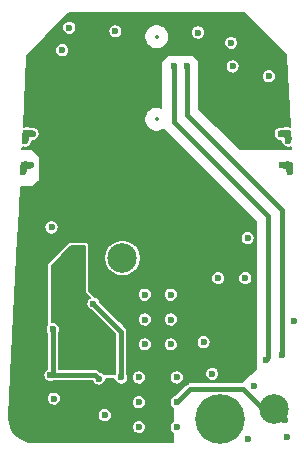
<source format=gbl>
G04 #@! TF.GenerationSoftware,KiCad,Pcbnew,5.1.9-73d0e3b20d~88~ubuntu20.04.1*
G04 #@! TF.CreationDate,2021-05-11T15:43:56+03:00*
G04 #@! TF.ProjectId,differential-tweezer,64696666-6572-4656-9e74-69616c2d7477,rev?*
G04 #@! TF.SameCoordinates,Original*
G04 #@! TF.FileFunction,Copper,L4,Bot*
G04 #@! TF.FilePolarity,Positive*
%FSLAX46Y46*%
G04 Gerber Fmt 4.6, Leading zero omitted, Abs format (unit mm)*
G04 Created by KiCad (PCBNEW 5.1.9-73d0e3b20d~88~ubuntu20.04.1) date 2021-05-11 15:43:56*
%MOMM*%
%LPD*%
G01*
G04 APERTURE LIST*
G04 #@! TA.AperFunction,ComponentPad*
%ADD10C,4.200000*%
G04 #@! TD*
G04 #@! TA.AperFunction,SMDPad,CuDef*
%ADD11C,2.500000*%
G04 #@! TD*
G04 #@! TA.AperFunction,ComponentPad*
%ADD12C,0.600000*%
G04 #@! TD*
G04 #@! TA.AperFunction,SMDPad,CuDef*
%ADD13C,0.350000*%
G04 #@! TD*
G04 #@! TA.AperFunction,SMDPad,CuDef*
%ADD14R,1.650000X2.400000*%
G04 #@! TD*
G04 #@! TA.AperFunction,SMDPad,CuDef*
%ADD15R,2.400000X1.650000*%
G04 #@! TD*
G04 #@! TA.AperFunction,ViaPad*
%ADD16C,0.600000*%
G04 #@! TD*
G04 #@! TA.AperFunction,Conductor*
%ADD17C,0.400000*%
G04 #@! TD*
G04 #@! TA.AperFunction,Conductor*
%ADD18C,0.200000*%
G04 #@! TD*
G04 #@! TA.AperFunction,Conductor*
%ADD19C,0.350000*%
G04 #@! TD*
%ADD20C,0.300000*%
%ADD21C,0.350000*%
%ADD22C,0.250000*%
G04 APERTURE END LIST*
D10*
G04 #@! TO.P,H1,1*
G04 #@! TO.N,GND*
X19400000Y-34700000D03*
G04 #@! TD*
D11*
G04 #@! TO.P,TP4,1*
G04 #@! TO.N,GND*
X8000000Y-27000000D03*
G04 #@! TD*
G04 #@! TO.P,TP3,1*
G04 #@! TO.N,-6V*
X11100000Y-24700000D03*
G04 #@! TD*
G04 #@! TO.P,TP2,1*
G04 #@! TO.N,+6V*
X11100000Y-21100000D03*
G04 #@! TD*
G04 #@! TO.P,TP1,1*
G04 #@! TO.N,+5V*
X23900000Y-33900000D03*
G04 #@! TD*
D12*
G04 #@! TO.P,J6,1*
G04 #@! TO.N,/IN-*
X2718804Y-13791327D03*
X3349383Y-13223551D03*
X2750206Y-13192150D03*
G04 #@! TA.AperFunction,SMDPad,CuDef*
D13*
G36*
X3018393Y-13807028D02*
G01*
X2419215Y-13775626D01*
X2450617Y-13176448D01*
X3049795Y-13207850D01*
X3018393Y-13807028D01*
G37*
G04 #@! TD.AperFunction*
G04 #@! TA.AperFunction,SMDPad,CuDef*
G36*
X3333682Y-13523140D02*
G01*
X2734504Y-13491738D01*
X2765906Y-12892560D01*
X3365084Y-12923962D01*
X3333682Y-13523140D01*
G37*
G04 #@! TD.AperFunction*
G04 #@! TD*
D12*
G04 #@! TO.P,J5,1*
G04 #@! TO.N,GND*
X2868804Y-11141327D03*
X3499383Y-10573551D03*
X2900206Y-10542150D03*
G04 #@! TA.AperFunction,SMDPad,CuDef*
D13*
G36*
X3168393Y-11157028D02*
G01*
X2569215Y-11125626D01*
X2600617Y-10526448D01*
X3199795Y-10557850D01*
X3168393Y-11157028D01*
G37*
G04 #@! TD.AperFunction*
G04 #@! TA.AperFunction,SMDPad,CuDef*
G36*
X3483682Y-10873140D02*
G01*
X2884504Y-10841738D01*
X2915906Y-10242560D01*
X3515084Y-10273962D01*
X3483682Y-10873140D01*
G37*
G04 #@! TD.AperFunction*
G04 #@! TD*
G04 #@! TA.AperFunction,SMDPad,CuDef*
G04 #@! TO.P,J4,1*
G04 #@! TO.N,GND*
G36*
X24484916Y-10273962D02*
G01*
X25084094Y-10242560D01*
X25115496Y-10841738D01*
X24516318Y-10873140D01*
X24484916Y-10273962D01*
G37*
G04 #@! TD.AperFunction*
G04 #@! TA.AperFunction,SMDPad,CuDef*
G36*
X24800205Y-10557850D02*
G01*
X25399383Y-10526448D01*
X25430785Y-11125626D01*
X24831607Y-11157028D01*
X24800205Y-10557850D01*
G37*
G04 #@! TD.AperFunction*
D12*
X25099794Y-10542150D03*
X24500617Y-10573551D03*
X25131196Y-11141327D03*
G04 #@! TD*
G04 #@! TA.AperFunction,SMDPad,CuDef*
D13*
G04 #@! TO.P,J3,1*
G04 #@! TO.N,/IN+*
G36*
X24634916Y-12923962D02*
G01*
X25234094Y-12892560D01*
X25265496Y-13491738D01*
X24666318Y-13523140D01*
X24634916Y-12923962D01*
G37*
G04 #@! TD.AperFunction*
G04 #@! TA.AperFunction,SMDPad,CuDef*
G36*
X24950205Y-13207850D02*
G01*
X25549383Y-13176448D01*
X25580785Y-13775626D01*
X24981607Y-13807028D01*
X24950205Y-13207850D01*
G37*
G04 #@! TD.AperFunction*
D12*
X25249794Y-13192150D03*
X24650617Y-13223551D03*
X25281196Y-13791327D03*
G04 #@! TD*
G04 #@! TO.P,J1,2*
G04 #@! TO.N,GND*
X15200000Y-24200000D03*
X15200000Y-26300000D03*
X13000000Y-26300000D03*
X13000000Y-24200000D03*
X13000000Y-28400000D03*
X15200000Y-28400000D03*
G04 #@! TO.P,J1,3*
G04 #@! TO.N,+5V*
X15700000Y-31200000D03*
X15700000Y-33300000D03*
X15700000Y-35400000D03*
X12500000Y-31200000D03*
X12500000Y-33300000D03*
X12500000Y-35400000D03*
G04 #@! TD*
G04 #@! TO.P,U4,9*
G04 #@! TO.N,-6V*
X20350000Y-27600000D03*
X21350000Y-27600000D03*
X20350000Y-29100000D03*
X21350000Y-29100000D03*
X20850000Y-28350000D03*
D14*
X20850000Y-28350000D03*
G04 #@! TD*
D12*
G04 #@! TO.P,U3,9*
G04 #@! TO.N,-6V*
X6450000Y-6650000D03*
X6450000Y-7650000D03*
X4950000Y-6650000D03*
X4950000Y-7650000D03*
X5700000Y-7150000D03*
D15*
X5700000Y-7150000D03*
G04 #@! TD*
D12*
G04 #@! TO.P,U2,9*
G04 #@! TO.N,-6V*
X21650000Y-6700000D03*
X21650000Y-7700000D03*
X20150000Y-6700000D03*
X20150000Y-7700000D03*
X20900000Y-7200000D03*
D15*
X20900000Y-7200000D03*
G04 #@! TD*
D16*
G04 #@! TO.N,GND*
X17500000Y-2000000D03*
X10500000Y-1900000D03*
X9600000Y-34400000D03*
X8300000Y-28700000D03*
X8300000Y-29500000D03*
X5900000Y-29500000D03*
X5900000Y-28700000D03*
X7100000Y-28700000D03*
X7100000Y-29500000D03*
X7100000Y-25000000D03*
X7100000Y-23400000D03*
X7100000Y-20500000D03*
X25600000Y-26400000D03*
X18700000Y-30900000D03*
X5100000Y-18500000D03*
X6600000Y-1600000D03*
X20300000Y-2875000D03*
X23500000Y-5700000D03*
X21700000Y-19400000D03*
X5300000Y-33000000D03*
X25000000Y-36250000D03*
X21750000Y-36400000D03*
X22200000Y-31900000D03*
X19200000Y-22800000D03*
G04 #@! TO.N,Net-(C19-Pad2)*
X23222845Y-29687541D03*
X15500000Y-4800000D03*
G04 #@! TO.N,Net-(C6-Pad1)*
X8643750Y-24956250D03*
X11000000Y-31200000D03*
G04 #@! TO.N,+6V*
X17976915Y-28223085D03*
X6000000Y-3500000D03*
X20431250Y-4868750D03*
X21500000Y-22800000D03*
X11600000Y-20500000D03*
G04 #@! TO.N,-6V*
X5500000Y-20500000D03*
X21500000Y-21500000D03*
G04 #@! TO.N,Net-(R18-Pad2)*
X24600000Y-29300000D03*
X16600000Y-4800000D03*
G04 #@! TO.N,Net-(C26-Pad1)*
X5200000Y-27125000D03*
X9100000Y-31300000D03*
X5000000Y-31000034D03*
G04 #@! TO.N,+5V*
X24887502Y-34787500D03*
G04 #@! TD*
D17*
G04 #@! TO.N,Net-(C19-Pad2)*
X15500000Y-9600000D02*
X15500000Y-4800000D01*
X23400000Y-17500000D02*
X15500000Y-9600000D01*
X23400000Y-29510386D02*
X23400000Y-17500000D01*
X23222845Y-29687541D02*
X23400000Y-29510386D01*
G04 #@! TO.N,Net-(C6-Pad1)*
X11000000Y-27312500D02*
X8643750Y-24956250D01*
X11000000Y-31200000D02*
X11000000Y-27312500D01*
G04 #@! TO.N,Net-(R18-Pad2)*
X16600000Y-9000000D02*
X16600000Y-4800000D01*
X24600000Y-17000000D02*
X16600000Y-9000000D01*
X24600000Y-29300000D02*
X24600000Y-17000000D01*
G04 #@! TO.N,Net-(C26-Pad1)*
X8800034Y-31000034D02*
X9100000Y-31300000D01*
X5000000Y-31000034D02*
X8800034Y-31000034D01*
X5200000Y-30800034D02*
X5000000Y-31000034D01*
X5200000Y-27125000D02*
X5200000Y-30800034D01*
G04 #@! TO.N,+5V*
X23000000Y-33900000D02*
X23900000Y-33900000D01*
X21300000Y-32200000D02*
X23000000Y-33900000D01*
X16800000Y-32200000D02*
X21300000Y-32200000D01*
X15700000Y-33300000D02*
X16800000Y-32200000D01*
X24787500Y-34787500D02*
X23900000Y-33900000D01*
X24887502Y-34787500D02*
X24787500Y-34787500D01*
G04 #@! TD*
D18*
G04 #@! TO.N,GND*
X7900000Y-24000000D02*
X7901921Y-24019509D01*
X7907612Y-24038268D01*
X7916853Y-24055557D01*
X7929289Y-24070711D01*
X8313728Y-24455150D01*
X8261272Y-24490200D01*
X8177700Y-24573772D01*
X8112037Y-24672043D01*
X8066808Y-24781236D01*
X8043750Y-24897155D01*
X8043750Y-25015345D01*
X8066808Y-25131264D01*
X8112037Y-25240457D01*
X8177700Y-25338728D01*
X8261272Y-25422300D01*
X8359543Y-25487963D01*
X8468736Y-25533192D01*
X8524724Y-25544329D01*
X10500001Y-27519608D01*
X10500000Y-30868331D01*
X10478840Y-30900000D01*
X9548528Y-30900000D01*
X9482478Y-30833950D01*
X9384207Y-30768287D01*
X9275014Y-30723058D01*
X9219026Y-30711921D01*
X9170963Y-30663858D01*
X9155298Y-30644770D01*
X9079163Y-30582288D01*
X8992301Y-30535859D01*
X8898051Y-30507269D01*
X8824594Y-30500034D01*
X8800034Y-30497615D01*
X8775474Y-30500034D01*
X5700000Y-30500034D01*
X5700000Y-27456669D01*
X5731713Y-27409207D01*
X5776942Y-27300014D01*
X5800000Y-27184095D01*
X5800000Y-27065905D01*
X5776942Y-26949986D01*
X5731713Y-26840793D01*
X5666050Y-26742522D01*
X5582478Y-26658950D01*
X5484207Y-26593287D01*
X5375014Y-26548058D01*
X5259095Y-26525000D01*
X5140905Y-26525000D01*
X5100000Y-26533137D01*
X5100000Y-21741422D01*
X5861063Y-20980359D01*
X5882478Y-20966050D01*
X5966050Y-20882478D01*
X5980359Y-20861063D01*
X6741422Y-20100000D01*
X7900000Y-20100000D01*
X7900000Y-24000000D01*
G04 #@! TA.AperFunction,Conductor*
D19*
G36*
X7900000Y-24000000D02*
G01*
X7901921Y-24019509D01*
X7907612Y-24038268D01*
X7916853Y-24055557D01*
X7929289Y-24070711D01*
X8313728Y-24455150D01*
X8261272Y-24490200D01*
X8177700Y-24573772D01*
X8112037Y-24672043D01*
X8066808Y-24781236D01*
X8043750Y-24897155D01*
X8043750Y-25015345D01*
X8066808Y-25131264D01*
X8112037Y-25240457D01*
X8177700Y-25338728D01*
X8261272Y-25422300D01*
X8359543Y-25487963D01*
X8468736Y-25533192D01*
X8524724Y-25544329D01*
X10500001Y-27519608D01*
X10500000Y-30868331D01*
X10478840Y-30900000D01*
X9548528Y-30900000D01*
X9482478Y-30833950D01*
X9384207Y-30768287D01*
X9275014Y-30723058D01*
X9219026Y-30711921D01*
X9170963Y-30663858D01*
X9155298Y-30644770D01*
X9079163Y-30582288D01*
X8992301Y-30535859D01*
X8898051Y-30507269D01*
X8824594Y-30500034D01*
X8800034Y-30497615D01*
X8775474Y-30500034D01*
X5700000Y-30500034D01*
X5700000Y-27456669D01*
X5731713Y-27409207D01*
X5776942Y-27300014D01*
X5800000Y-27184095D01*
X5800000Y-27065905D01*
X5776942Y-26949986D01*
X5731713Y-26840793D01*
X5666050Y-26742522D01*
X5582478Y-26658950D01*
X5484207Y-26593287D01*
X5375014Y-26548058D01*
X5259095Y-26525000D01*
X5140905Y-26525000D01*
X5100000Y-26533137D01*
X5100000Y-21741422D01*
X5861063Y-20980359D01*
X5882478Y-20966050D01*
X5966050Y-20882478D01*
X5980359Y-20861063D01*
X6741422Y-20100000D01*
X7900000Y-20100000D01*
X7900000Y-24000000D01*
G37*
G04 #@! TD.AperFunction*
G04 #@! TD*
D18*
G04 #@! TO.N,-6V*
X21333689Y-329861D02*
X21366090Y-339644D01*
X21395982Y-355537D01*
X21434178Y-386690D01*
X24912503Y-3865016D01*
X24944127Y-3903516D01*
X24960123Y-3933348D01*
X24970019Y-3965717D01*
X24975644Y-4021095D01*
X25266513Y-9963558D01*
X25158889Y-9942150D01*
X25082012Y-9942150D01*
X25068317Y-9941522D01*
X25056334Y-9942150D01*
X25040699Y-9942150D01*
X25035106Y-9943263D01*
X24469139Y-9972924D01*
X24465005Y-9973551D01*
X24441522Y-9973551D01*
X24325603Y-9996609D01*
X24216410Y-10041838D01*
X24118139Y-10107501D01*
X24034567Y-10191073D01*
X23968904Y-10289344D01*
X23923675Y-10398537D01*
X23900617Y-10514456D01*
X23900617Y-10632646D01*
X23923675Y-10748565D01*
X23968904Y-10857758D01*
X24034567Y-10956029D01*
X24118139Y-11039601D01*
X24216410Y-11105264D01*
X24325603Y-11150493D01*
X24441522Y-11173551D01*
X24518422Y-11173551D01*
X24530768Y-11174117D01*
X24531196Y-11176939D01*
X24531196Y-11200422D01*
X24554254Y-11316341D01*
X24599483Y-11425534D01*
X24665146Y-11523805D01*
X24748718Y-11607377D01*
X24846989Y-11673040D01*
X24956182Y-11718269D01*
X25072101Y-11741327D01*
X25190291Y-11741327D01*
X25306210Y-11718269D01*
X25351484Y-11699516D01*
X25361297Y-11900000D01*
X21041422Y-11900000D01*
X17600000Y-8458578D01*
X17600000Y-5640905D01*
X22900000Y-5640905D01*
X22900000Y-5759095D01*
X22923058Y-5875014D01*
X22968287Y-5984207D01*
X23033950Y-6082478D01*
X23117522Y-6166050D01*
X23215793Y-6231713D01*
X23324986Y-6276942D01*
X23440905Y-6300000D01*
X23559095Y-6300000D01*
X23675014Y-6276942D01*
X23784207Y-6231713D01*
X23882478Y-6166050D01*
X23966050Y-6082478D01*
X24031713Y-5984207D01*
X24076942Y-5875014D01*
X24100000Y-5759095D01*
X24100000Y-5640905D01*
X24076942Y-5524986D01*
X24031713Y-5415793D01*
X23966050Y-5317522D01*
X23882478Y-5233950D01*
X23784207Y-5168287D01*
X23675014Y-5123058D01*
X23559095Y-5100000D01*
X23440905Y-5100000D01*
X23324986Y-5123058D01*
X23215793Y-5168287D01*
X23117522Y-5233950D01*
X23033950Y-5317522D01*
X22968287Y-5415793D01*
X22923058Y-5524986D01*
X22900000Y-5640905D01*
X17600000Y-5640905D01*
X17600000Y-4809655D01*
X19831250Y-4809655D01*
X19831250Y-4927845D01*
X19854308Y-5043764D01*
X19899537Y-5152957D01*
X19965200Y-5251228D01*
X20048772Y-5334800D01*
X20147043Y-5400463D01*
X20256236Y-5445692D01*
X20372155Y-5468750D01*
X20490345Y-5468750D01*
X20606264Y-5445692D01*
X20715457Y-5400463D01*
X20813728Y-5334800D01*
X20897300Y-5251228D01*
X20962963Y-5152957D01*
X21008192Y-5043764D01*
X21031250Y-4927845D01*
X21031250Y-4809655D01*
X21008192Y-4693736D01*
X20962963Y-4584543D01*
X20897300Y-4486272D01*
X20813728Y-4402700D01*
X20715457Y-4337037D01*
X20606264Y-4291808D01*
X20490345Y-4268750D01*
X20372155Y-4268750D01*
X20256236Y-4291808D01*
X20147043Y-4337037D01*
X20048772Y-4402700D01*
X19965200Y-4486272D01*
X19899537Y-4584543D01*
X19854308Y-4693736D01*
X19831250Y-4809655D01*
X17600000Y-4809655D01*
X17600000Y-4500000D01*
X17598079Y-4480491D01*
X17592388Y-4461732D01*
X17583147Y-4444443D01*
X17570711Y-4429289D01*
X17070711Y-3929289D01*
X17055557Y-3916853D01*
X17038268Y-3907612D01*
X17019509Y-3901921D01*
X17000000Y-3900000D01*
X15000000Y-3900000D01*
X14980491Y-3901921D01*
X14961732Y-3907612D01*
X14944443Y-3916853D01*
X14929289Y-3929289D01*
X14429289Y-4429289D01*
X14416853Y-4444443D01*
X14407612Y-4461732D01*
X14401921Y-4480491D01*
X14400000Y-4500000D01*
X14400000Y-8379173D01*
X14306274Y-8340350D01*
X14103416Y-8300000D01*
X13896584Y-8300000D01*
X13693726Y-8340350D01*
X13502638Y-8419502D01*
X13330664Y-8534411D01*
X13184411Y-8680664D01*
X13069502Y-8852638D01*
X12990350Y-9043726D01*
X12950000Y-9246584D01*
X12950000Y-9453416D01*
X12990350Y-9656274D01*
X13069502Y-9847362D01*
X13184411Y-10019336D01*
X13330664Y-10165589D01*
X13502638Y-10280498D01*
X13693726Y-10359650D01*
X13896584Y-10400000D01*
X14103416Y-10400000D01*
X14306274Y-10359650D01*
X14497362Y-10280498D01*
X14582313Y-10223735D01*
X22400000Y-18041422D01*
X22400000Y-30458578D01*
X21258578Y-31600000D01*
X16800000Y-31600000D01*
X16780491Y-31601921D01*
X16761732Y-31607612D01*
X16744443Y-31616853D01*
X16729289Y-31629289D01*
X16629293Y-31729285D01*
X16607733Y-31735825D01*
X16520871Y-31782254D01*
X16444736Y-31844736D01*
X16429075Y-31863819D01*
X15580974Y-32711921D01*
X15524986Y-32723058D01*
X15415793Y-32768287D01*
X15317522Y-32833950D01*
X15233950Y-32917522D01*
X15168287Y-33015793D01*
X15123058Y-33124986D01*
X15100000Y-33240905D01*
X15100000Y-33359095D01*
X15123058Y-33475014D01*
X15168287Y-33584207D01*
X15233950Y-33682478D01*
X15317522Y-33766050D01*
X15400000Y-33821160D01*
X15400000Y-34878840D01*
X15317522Y-34933950D01*
X15233950Y-35017522D01*
X15168287Y-35115793D01*
X15123058Y-35224986D01*
X15100000Y-35340905D01*
X15100000Y-35459095D01*
X15123058Y-35575014D01*
X15168287Y-35684207D01*
X15233950Y-35782478D01*
X15317522Y-35866050D01*
X15400000Y-35921160D01*
X15400000Y-36675000D01*
X3515896Y-36675000D01*
X3116690Y-36635858D01*
X2747981Y-36524538D01*
X2407913Y-36343721D01*
X2109445Y-36100297D01*
X1863945Y-35803538D01*
X1680758Y-35464740D01*
X1642425Y-35340905D01*
X11900000Y-35340905D01*
X11900000Y-35459095D01*
X11923058Y-35575014D01*
X11968287Y-35684207D01*
X12033950Y-35782478D01*
X12117522Y-35866050D01*
X12215793Y-35931713D01*
X12324986Y-35976942D01*
X12440905Y-36000000D01*
X12559095Y-36000000D01*
X12675014Y-35976942D01*
X12784207Y-35931713D01*
X12882478Y-35866050D01*
X12966050Y-35782478D01*
X13031713Y-35684207D01*
X13076942Y-35575014D01*
X13100000Y-35459095D01*
X13100000Y-35340905D01*
X13076942Y-35224986D01*
X13031713Y-35115793D01*
X12966050Y-35017522D01*
X12882478Y-34933950D01*
X12784207Y-34868287D01*
X12675014Y-34823058D01*
X12559095Y-34800000D01*
X12440905Y-34800000D01*
X12324986Y-34823058D01*
X12215793Y-34868287D01*
X12117522Y-34933950D01*
X12033950Y-35017522D01*
X11968287Y-35115793D01*
X11923058Y-35224986D01*
X11900000Y-35340905D01*
X1642425Y-35340905D01*
X1566866Y-35096819D01*
X1525351Y-34701830D01*
X1526856Y-34615017D01*
X1540272Y-34340905D01*
X9000000Y-34340905D01*
X9000000Y-34459095D01*
X9023058Y-34575014D01*
X9068287Y-34684207D01*
X9133950Y-34782478D01*
X9217522Y-34866050D01*
X9315793Y-34931713D01*
X9424986Y-34976942D01*
X9540905Y-35000000D01*
X9659095Y-35000000D01*
X9775014Y-34976942D01*
X9884207Y-34931713D01*
X9982478Y-34866050D01*
X10066050Y-34782478D01*
X10131713Y-34684207D01*
X10176942Y-34575014D01*
X10200000Y-34459095D01*
X10200000Y-34340905D01*
X10176942Y-34224986D01*
X10131713Y-34115793D01*
X10066050Y-34017522D01*
X9982478Y-33933950D01*
X9884207Y-33868287D01*
X9775014Y-33823058D01*
X9659095Y-33800000D01*
X9540905Y-33800000D01*
X9424986Y-33823058D01*
X9315793Y-33868287D01*
X9217522Y-33933950D01*
X9133950Y-34017522D01*
X9068287Y-34115793D01*
X9023058Y-34224986D01*
X9000000Y-34340905D01*
X1540272Y-34340905D01*
X1608799Y-32940905D01*
X4700000Y-32940905D01*
X4700000Y-33059095D01*
X4723058Y-33175014D01*
X4768287Y-33284207D01*
X4833950Y-33382478D01*
X4917522Y-33466050D01*
X5015793Y-33531713D01*
X5124986Y-33576942D01*
X5240905Y-33600000D01*
X5359095Y-33600000D01*
X5475014Y-33576942D01*
X5584207Y-33531713D01*
X5682478Y-33466050D01*
X5766050Y-33382478D01*
X5831713Y-33284207D01*
X5849649Y-33240905D01*
X11900000Y-33240905D01*
X11900000Y-33359095D01*
X11923058Y-33475014D01*
X11968287Y-33584207D01*
X12033950Y-33682478D01*
X12117522Y-33766050D01*
X12215793Y-33831713D01*
X12324986Y-33876942D01*
X12440905Y-33900000D01*
X12559095Y-33900000D01*
X12675014Y-33876942D01*
X12784207Y-33831713D01*
X12882478Y-33766050D01*
X12966050Y-33682478D01*
X13031713Y-33584207D01*
X13076942Y-33475014D01*
X13100000Y-33359095D01*
X13100000Y-33240905D01*
X13076942Y-33124986D01*
X13031713Y-33015793D01*
X12966050Y-32917522D01*
X12882478Y-32833950D01*
X12784207Y-32768287D01*
X12675014Y-32723058D01*
X12559095Y-32700000D01*
X12440905Y-32700000D01*
X12324986Y-32723058D01*
X12215793Y-32768287D01*
X12117522Y-32833950D01*
X12033950Y-32917522D01*
X11968287Y-33015793D01*
X11923058Y-33124986D01*
X11900000Y-33240905D01*
X5849649Y-33240905D01*
X5876942Y-33175014D01*
X5900000Y-33059095D01*
X5900000Y-32940905D01*
X5876942Y-32824986D01*
X5831713Y-32715793D01*
X5766050Y-32617522D01*
X5682478Y-32533950D01*
X5584207Y-32468287D01*
X5475014Y-32423058D01*
X5359095Y-32400000D01*
X5240905Y-32400000D01*
X5124986Y-32423058D01*
X5015793Y-32468287D01*
X4917522Y-32533950D01*
X4833950Y-32617522D01*
X4768287Y-32715793D01*
X4723058Y-32824986D01*
X4700000Y-32940905D01*
X1608799Y-32940905D01*
X1706693Y-30940939D01*
X4400000Y-30940939D01*
X4400000Y-31059129D01*
X4423058Y-31175048D01*
X4468287Y-31284241D01*
X4533950Y-31382512D01*
X4617522Y-31466084D01*
X4715793Y-31531747D01*
X4824986Y-31576976D01*
X4940905Y-31600034D01*
X5059095Y-31600034D01*
X5175014Y-31576976D01*
X5284207Y-31531747D01*
X5331669Y-31500034D01*
X8533422Y-31500034D01*
X8568287Y-31584207D01*
X8633950Y-31682478D01*
X8717522Y-31766050D01*
X8815793Y-31831713D01*
X8924986Y-31876942D01*
X9040905Y-31900000D01*
X9159095Y-31900000D01*
X9275014Y-31876942D01*
X9384207Y-31831713D01*
X9482478Y-31766050D01*
X9566050Y-31682478D01*
X9631713Y-31584207D01*
X9676942Y-31475014D01*
X9700000Y-31359095D01*
X9700000Y-31300000D01*
X10408137Y-31300000D01*
X10423058Y-31375014D01*
X10468287Y-31484207D01*
X10533950Y-31582478D01*
X10617522Y-31666050D01*
X10715793Y-31731713D01*
X10824986Y-31776942D01*
X10940905Y-31800000D01*
X11059095Y-31800000D01*
X11175014Y-31776942D01*
X11284207Y-31731713D01*
X11382478Y-31666050D01*
X11466050Y-31582478D01*
X11531713Y-31484207D01*
X11576942Y-31375014D01*
X11600000Y-31259095D01*
X11600000Y-31140905D01*
X11900000Y-31140905D01*
X11900000Y-31259095D01*
X11923058Y-31375014D01*
X11968287Y-31484207D01*
X12033950Y-31582478D01*
X12117522Y-31666050D01*
X12215793Y-31731713D01*
X12324986Y-31776942D01*
X12440905Y-31800000D01*
X12559095Y-31800000D01*
X12675014Y-31776942D01*
X12784207Y-31731713D01*
X12882478Y-31666050D01*
X12966050Y-31582478D01*
X13031713Y-31484207D01*
X13076942Y-31375014D01*
X13100000Y-31259095D01*
X13100000Y-31140905D01*
X15100000Y-31140905D01*
X15100000Y-31259095D01*
X15123058Y-31375014D01*
X15168287Y-31484207D01*
X15233950Y-31582478D01*
X15317522Y-31666050D01*
X15415793Y-31731713D01*
X15524986Y-31776942D01*
X15640905Y-31800000D01*
X15759095Y-31800000D01*
X15875014Y-31776942D01*
X15984207Y-31731713D01*
X16082478Y-31666050D01*
X16166050Y-31582478D01*
X16231713Y-31484207D01*
X16276942Y-31375014D01*
X16300000Y-31259095D01*
X16300000Y-31140905D01*
X16276942Y-31024986D01*
X16231713Y-30915793D01*
X16181675Y-30840905D01*
X18100000Y-30840905D01*
X18100000Y-30959095D01*
X18123058Y-31075014D01*
X18168287Y-31184207D01*
X18233950Y-31282478D01*
X18317522Y-31366050D01*
X18415793Y-31431713D01*
X18524986Y-31476942D01*
X18640905Y-31500000D01*
X18759095Y-31500000D01*
X18875014Y-31476942D01*
X18984207Y-31431713D01*
X19082478Y-31366050D01*
X19166050Y-31282478D01*
X19231713Y-31184207D01*
X19276942Y-31075014D01*
X19300000Y-30959095D01*
X19300000Y-30840905D01*
X19276942Y-30724986D01*
X19231713Y-30615793D01*
X19166050Y-30517522D01*
X19082478Y-30433950D01*
X18984207Y-30368287D01*
X18875014Y-30323058D01*
X18759095Y-30300000D01*
X18640905Y-30300000D01*
X18524986Y-30323058D01*
X18415793Y-30368287D01*
X18317522Y-30433950D01*
X18233950Y-30517522D01*
X18168287Y-30615793D01*
X18123058Y-30724986D01*
X18100000Y-30840905D01*
X16181675Y-30840905D01*
X16166050Y-30817522D01*
X16082478Y-30733950D01*
X15984207Y-30668287D01*
X15875014Y-30623058D01*
X15759095Y-30600000D01*
X15640905Y-30600000D01*
X15524986Y-30623058D01*
X15415793Y-30668287D01*
X15317522Y-30733950D01*
X15233950Y-30817522D01*
X15168287Y-30915793D01*
X15123058Y-31024986D01*
X15100000Y-31140905D01*
X13100000Y-31140905D01*
X13076942Y-31024986D01*
X13031713Y-30915793D01*
X12966050Y-30817522D01*
X12882478Y-30733950D01*
X12784207Y-30668287D01*
X12675014Y-30623058D01*
X12559095Y-30600000D01*
X12440905Y-30600000D01*
X12324986Y-30623058D01*
X12215793Y-30668287D01*
X12117522Y-30733950D01*
X12033950Y-30817522D01*
X11968287Y-30915793D01*
X11923058Y-31024986D01*
X11900000Y-31140905D01*
X11600000Y-31140905D01*
X11576942Y-31024986D01*
X11531713Y-30915793D01*
X11500000Y-30868331D01*
X11500000Y-28340905D01*
X12400000Y-28340905D01*
X12400000Y-28459095D01*
X12423058Y-28575014D01*
X12468287Y-28684207D01*
X12533950Y-28782478D01*
X12617522Y-28866050D01*
X12715793Y-28931713D01*
X12824986Y-28976942D01*
X12940905Y-29000000D01*
X13059095Y-29000000D01*
X13175014Y-28976942D01*
X13284207Y-28931713D01*
X13382478Y-28866050D01*
X13466050Y-28782478D01*
X13531713Y-28684207D01*
X13576942Y-28575014D01*
X13600000Y-28459095D01*
X13600000Y-28340905D01*
X14600000Y-28340905D01*
X14600000Y-28459095D01*
X14623058Y-28575014D01*
X14668287Y-28684207D01*
X14733950Y-28782478D01*
X14817522Y-28866050D01*
X14915793Y-28931713D01*
X15024986Y-28976942D01*
X15140905Y-29000000D01*
X15259095Y-29000000D01*
X15375014Y-28976942D01*
X15484207Y-28931713D01*
X15582478Y-28866050D01*
X15666050Y-28782478D01*
X15731713Y-28684207D01*
X15776942Y-28575014D01*
X15800000Y-28459095D01*
X15800000Y-28340905D01*
X15776942Y-28224986D01*
X15751677Y-28163990D01*
X17376915Y-28163990D01*
X17376915Y-28282180D01*
X17399973Y-28398099D01*
X17445202Y-28507292D01*
X17510865Y-28605563D01*
X17594437Y-28689135D01*
X17692708Y-28754798D01*
X17801901Y-28800027D01*
X17917820Y-28823085D01*
X18036010Y-28823085D01*
X18151929Y-28800027D01*
X18261122Y-28754798D01*
X18359393Y-28689135D01*
X18442965Y-28605563D01*
X18508628Y-28507292D01*
X18553857Y-28398099D01*
X18576915Y-28282180D01*
X18576915Y-28163990D01*
X18553857Y-28048071D01*
X18508628Y-27938878D01*
X18442965Y-27840607D01*
X18359393Y-27757035D01*
X18261122Y-27691372D01*
X18151929Y-27646143D01*
X18036010Y-27623085D01*
X17917820Y-27623085D01*
X17801901Y-27646143D01*
X17692708Y-27691372D01*
X17594437Y-27757035D01*
X17510865Y-27840607D01*
X17445202Y-27938878D01*
X17399973Y-28048071D01*
X17376915Y-28163990D01*
X15751677Y-28163990D01*
X15731713Y-28115793D01*
X15666050Y-28017522D01*
X15582478Y-27933950D01*
X15484207Y-27868287D01*
X15375014Y-27823058D01*
X15259095Y-27800000D01*
X15140905Y-27800000D01*
X15024986Y-27823058D01*
X14915793Y-27868287D01*
X14817522Y-27933950D01*
X14733950Y-28017522D01*
X14668287Y-28115793D01*
X14623058Y-28224986D01*
X14600000Y-28340905D01*
X13600000Y-28340905D01*
X13576942Y-28224986D01*
X13531713Y-28115793D01*
X13466050Y-28017522D01*
X13382478Y-27933950D01*
X13284207Y-27868287D01*
X13175014Y-27823058D01*
X13059095Y-27800000D01*
X12940905Y-27800000D01*
X12824986Y-27823058D01*
X12715793Y-27868287D01*
X12617522Y-27933950D01*
X12533950Y-28017522D01*
X12468287Y-28115793D01*
X12423058Y-28224986D01*
X12400000Y-28340905D01*
X11500000Y-28340905D01*
X11500000Y-27337060D01*
X11502419Y-27312500D01*
X11492765Y-27214483D01*
X11474012Y-27152662D01*
X11464175Y-27120233D01*
X11417746Y-27033371D01*
X11355264Y-26957236D01*
X11336187Y-26941580D01*
X11274135Y-26879528D01*
X11249441Y-26833329D01*
X11212132Y-26787868D01*
X10665169Y-26240905D01*
X12400000Y-26240905D01*
X12400000Y-26359095D01*
X12423058Y-26475014D01*
X12468287Y-26584207D01*
X12533950Y-26682478D01*
X12617522Y-26766050D01*
X12715793Y-26831713D01*
X12824986Y-26876942D01*
X12940905Y-26900000D01*
X13059095Y-26900000D01*
X13175014Y-26876942D01*
X13284207Y-26831713D01*
X13382478Y-26766050D01*
X13466050Y-26682478D01*
X13531713Y-26584207D01*
X13576942Y-26475014D01*
X13600000Y-26359095D01*
X13600000Y-26240905D01*
X14600000Y-26240905D01*
X14600000Y-26359095D01*
X14623058Y-26475014D01*
X14668287Y-26584207D01*
X14733950Y-26682478D01*
X14817522Y-26766050D01*
X14915793Y-26831713D01*
X15024986Y-26876942D01*
X15140905Y-26900000D01*
X15259095Y-26900000D01*
X15375014Y-26876942D01*
X15484207Y-26831713D01*
X15582478Y-26766050D01*
X15666050Y-26682478D01*
X15731713Y-26584207D01*
X15776942Y-26475014D01*
X15800000Y-26359095D01*
X15800000Y-26240905D01*
X15776942Y-26124986D01*
X15731713Y-26015793D01*
X15666050Y-25917522D01*
X15582478Y-25833950D01*
X15484207Y-25768287D01*
X15375014Y-25723058D01*
X15259095Y-25700000D01*
X15140905Y-25700000D01*
X15024986Y-25723058D01*
X14915793Y-25768287D01*
X14817522Y-25833950D01*
X14733950Y-25917522D01*
X14668287Y-26015793D01*
X14623058Y-26124986D01*
X14600000Y-26240905D01*
X13600000Y-26240905D01*
X13576942Y-26124986D01*
X13531713Y-26015793D01*
X13466050Y-25917522D01*
X13382478Y-25833950D01*
X13284207Y-25768287D01*
X13175014Y-25723058D01*
X13059095Y-25700000D01*
X12940905Y-25700000D01*
X12824986Y-25723058D01*
X12715793Y-25768287D01*
X12617522Y-25833950D01*
X12533950Y-25917522D01*
X12468287Y-26015793D01*
X12423058Y-26124986D01*
X12400000Y-26240905D01*
X10665169Y-26240905D01*
X9224464Y-24800200D01*
X9220692Y-24781236D01*
X9175463Y-24672043D01*
X9109800Y-24573772D01*
X9026228Y-24490200D01*
X8927957Y-24424537D01*
X8818764Y-24379308D01*
X8799800Y-24375536D01*
X8565169Y-24140905D01*
X12400000Y-24140905D01*
X12400000Y-24259095D01*
X12423058Y-24375014D01*
X12468287Y-24484207D01*
X12533950Y-24582478D01*
X12617522Y-24666050D01*
X12715793Y-24731713D01*
X12824986Y-24776942D01*
X12940905Y-24800000D01*
X13059095Y-24800000D01*
X13175014Y-24776942D01*
X13284207Y-24731713D01*
X13382478Y-24666050D01*
X13466050Y-24582478D01*
X13531713Y-24484207D01*
X13576942Y-24375014D01*
X13600000Y-24259095D01*
X13600000Y-24140905D01*
X14600000Y-24140905D01*
X14600000Y-24259095D01*
X14623058Y-24375014D01*
X14668287Y-24484207D01*
X14733950Y-24582478D01*
X14817522Y-24666050D01*
X14915793Y-24731713D01*
X15024986Y-24776942D01*
X15140905Y-24800000D01*
X15259095Y-24800000D01*
X15375014Y-24776942D01*
X15484207Y-24731713D01*
X15582478Y-24666050D01*
X15666050Y-24582478D01*
X15731713Y-24484207D01*
X15776942Y-24375014D01*
X15800000Y-24259095D01*
X15800000Y-24140905D01*
X15776942Y-24024986D01*
X15731713Y-23915793D01*
X15666050Y-23817522D01*
X15582478Y-23733950D01*
X15484207Y-23668287D01*
X15375014Y-23623058D01*
X15259095Y-23600000D01*
X15140905Y-23600000D01*
X15024986Y-23623058D01*
X14915793Y-23668287D01*
X14817522Y-23733950D01*
X14733950Y-23817522D01*
X14668287Y-23915793D01*
X14623058Y-24024986D01*
X14600000Y-24140905D01*
X13600000Y-24140905D01*
X13576942Y-24024986D01*
X13531713Y-23915793D01*
X13466050Y-23817522D01*
X13382478Y-23733950D01*
X13284207Y-23668287D01*
X13175014Y-23623058D01*
X13059095Y-23600000D01*
X12940905Y-23600000D01*
X12824986Y-23623058D01*
X12715793Y-23668287D01*
X12617522Y-23733950D01*
X12533950Y-23817522D01*
X12468287Y-23915793D01*
X12423058Y-24024986D01*
X12400000Y-24140905D01*
X8565169Y-24140905D01*
X8300000Y-23875736D01*
X8300000Y-22740905D01*
X18600000Y-22740905D01*
X18600000Y-22859095D01*
X18623058Y-22975014D01*
X18668287Y-23084207D01*
X18733950Y-23182478D01*
X18817522Y-23266050D01*
X18915793Y-23331713D01*
X19024986Y-23376942D01*
X19140905Y-23400000D01*
X19259095Y-23400000D01*
X19375014Y-23376942D01*
X19484207Y-23331713D01*
X19582478Y-23266050D01*
X19666050Y-23182478D01*
X19731713Y-23084207D01*
X19776942Y-22975014D01*
X19800000Y-22859095D01*
X19800000Y-22740905D01*
X20900000Y-22740905D01*
X20900000Y-22859095D01*
X20923058Y-22975014D01*
X20968287Y-23084207D01*
X21033950Y-23182478D01*
X21117522Y-23266050D01*
X21215793Y-23331713D01*
X21324986Y-23376942D01*
X21440905Y-23400000D01*
X21559095Y-23400000D01*
X21675014Y-23376942D01*
X21784207Y-23331713D01*
X21882478Y-23266050D01*
X21966050Y-23182478D01*
X22031713Y-23084207D01*
X22076942Y-22975014D01*
X22100000Y-22859095D01*
X22100000Y-22740905D01*
X22076942Y-22624986D01*
X22031713Y-22515793D01*
X21966050Y-22417522D01*
X21882478Y-22333950D01*
X21784207Y-22268287D01*
X21675014Y-22223058D01*
X21559095Y-22200000D01*
X21440905Y-22200000D01*
X21324986Y-22223058D01*
X21215793Y-22268287D01*
X21117522Y-22333950D01*
X21033950Y-22417522D01*
X20968287Y-22515793D01*
X20923058Y-22624986D01*
X20900000Y-22740905D01*
X19800000Y-22740905D01*
X19776942Y-22624986D01*
X19731713Y-22515793D01*
X19666050Y-22417522D01*
X19582478Y-22333950D01*
X19484207Y-22268287D01*
X19375014Y-22223058D01*
X19259095Y-22200000D01*
X19140905Y-22200000D01*
X19024986Y-22223058D01*
X18915793Y-22268287D01*
X18817522Y-22333950D01*
X18733950Y-22417522D01*
X18668287Y-22515793D01*
X18623058Y-22624986D01*
X18600000Y-22740905D01*
X8300000Y-22740905D01*
X8300000Y-20947338D01*
X9550000Y-20947338D01*
X9550000Y-21252662D01*
X9609565Y-21552118D01*
X9726408Y-21834200D01*
X9896036Y-22088068D01*
X10111932Y-22303964D01*
X10365800Y-22473592D01*
X10647882Y-22590435D01*
X10947338Y-22650000D01*
X11252662Y-22650000D01*
X11552118Y-22590435D01*
X11834200Y-22473592D01*
X12088068Y-22303964D01*
X12303964Y-22088068D01*
X12473592Y-21834200D01*
X12590435Y-21552118D01*
X12650000Y-21252662D01*
X12650000Y-20947338D01*
X12590435Y-20647882D01*
X12473592Y-20365800D01*
X12303964Y-20111932D01*
X12088068Y-19896036D01*
X11834200Y-19726408D01*
X11552118Y-19609565D01*
X11252662Y-19550000D01*
X10947338Y-19550000D01*
X10647882Y-19609565D01*
X10365800Y-19726408D01*
X10111932Y-19896036D01*
X9896036Y-20111932D01*
X9726408Y-20365800D01*
X9609565Y-20647882D01*
X9550000Y-20947338D01*
X8300000Y-20947338D01*
X8300000Y-20000000D01*
X8294236Y-19941473D01*
X8277164Y-19885195D01*
X8249441Y-19833329D01*
X8212132Y-19787868D01*
X8166671Y-19750559D01*
X8114805Y-19722836D01*
X8058527Y-19705764D01*
X8000000Y-19700000D01*
X6700000Y-19700000D01*
X6641473Y-19705764D01*
X6585195Y-19722836D01*
X6533329Y-19750559D01*
X6487868Y-19787868D01*
X4787868Y-21487868D01*
X4750559Y-21533329D01*
X4722836Y-21585195D01*
X4705764Y-21641473D01*
X4700000Y-21700000D01*
X4700000Y-26793331D01*
X4668287Y-26840793D01*
X4623058Y-26949986D01*
X4600000Y-27065905D01*
X4600000Y-27184095D01*
X4623058Y-27300014D01*
X4668287Y-27409207D01*
X4700000Y-27456669D01*
X4700000Y-30478874D01*
X4617522Y-30533984D01*
X4533950Y-30617556D01*
X4468287Y-30715827D01*
X4423058Y-30825020D01*
X4400000Y-30940939D01*
X1706693Y-30940939D01*
X2274487Y-19340905D01*
X21100000Y-19340905D01*
X21100000Y-19459095D01*
X21123058Y-19575014D01*
X21168287Y-19684207D01*
X21233950Y-19782478D01*
X21317522Y-19866050D01*
X21415793Y-19931713D01*
X21524986Y-19976942D01*
X21640905Y-20000000D01*
X21759095Y-20000000D01*
X21875014Y-19976942D01*
X21984207Y-19931713D01*
X22082478Y-19866050D01*
X22166050Y-19782478D01*
X22231713Y-19684207D01*
X22276942Y-19575014D01*
X22300000Y-19459095D01*
X22300000Y-19340905D01*
X22276942Y-19224986D01*
X22231713Y-19115793D01*
X22166050Y-19017522D01*
X22082478Y-18933950D01*
X21984207Y-18868287D01*
X21875014Y-18823058D01*
X21759095Y-18800000D01*
X21640905Y-18800000D01*
X21524986Y-18823058D01*
X21415793Y-18868287D01*
X21317522Y-18933950D01*
X21233950Y-19017522D01*
X21168287Y-19115793D01*
X21123058Y-19224986D01*
X21100000Y-19340905D01*
X2274487Y-19340905D01*
X2318540Y-18440905D01*
X4500000Y-18440905D01*
X4500000Y-18559095D01*
X4523058Y-18675014D01*
X4568287Y-18784207D01*
X4633950Y-18882478D01*
X4717522Y-18966050D01*
X4815793Y-19031713D01*
X4924986Y-19076942D01*
X5040905Y-19100000D01*
X5159095Y-19100000D01*
X5275014Y-19076942D01*
X5384207Y-19031713D01*
X5482478Y-18966050D01*
X5566050Y-18882478D01*
X5631713Y-18784207D01*
X5676942Y-18675014D01*
X5700000Y-18559095D01*
X5700000Y-18440905D01*
X5676942Y-18324986D01*
X5631713Y-18215793D01*
X5566050Y-18117522D01*
X5482478Y-18033950D01*
X5384207Y-17968287D01*
X5275014Y-17923058D01*
X5159095Y-17900000D01*
X5040905Y-17900000D01*
X4924986Y-17923058D01*
X4815793Y-17968287D01*
X4717522Y-18033950D01*
X4633950Y-18117522D01*
X4568287Y-18215793D01*
X4523058Y-18324986D01*
X4500000Y-18440905D01*
X2318540Y-18440905D01*
X2482070Y-15100000D01*
X3500000Y-15100000D01*
X3519509Y-15098079D01*
X3538268Y-15092388D01*
X3555557Y-15083147D01*
X3570711Y-15070711D01*
X4070711Y-14570711D01*
X4083147Y-14555557D01*
X4092388Y-14538268D01*
X4098079Y-14519509D01*
X4100000Y-14500000D01*
X4100000Y-12500000D01*
X4098079Y-12480491D01*
X4092388Y-12461732D01*
X4083147Y-12444443D01*
X4070711Y-12429289D01*
X3570711Y-11929289D01*
X3555557Y-11916853D01*
X3538268Y-11907612D01*
X3519509Y-11901921D01*
X3500000Y-11900000D01*
X2638702Y-11900000D01*
X2648515Y-11699516D01*
X2693790Y-11718269D01*
X2809709Y-11741327D01*
X2927899Y-11741327D01*
X3043818Y-11718269D01*
X3153011Y-11673040D01*
X3251282Y-11607377D01*
X3334854Y-11523805D01*
X3400517Y-11425534D01*
X3445746Y-11316341D01*
X3468804Y-11200422D01*
X3468804Y-11176939D01*
X3469232Y-11174117D01*
X3481578Y-11173551D01*
X3558478Y-11173551D01*
X3674397Y-11150493D01*
X3783590Y-11105264D01*
X3881861Y-11039601D01*
X3965433Y-10956029D01*
X4031096Y-10857758D01*
X4076325Y-10748565D01*
X4099383Y-10632646D01*
X4099383Y-10514456D01*
X4076325Y-10398537D01*
X4031096Y-10289344D01*
X3965433Y-10191073D01*
X3881861Y-10107501D01*
X3783590Y-10041838D01*
X3674397Y-9996609D01*
X3558478Y-9973551D01*
X3534995Y-9973551D01*
X3530861Y-9972924D01*
X2964894Y-9943263D01*
X2959301Y-9942150D01*
X2943666Y-9942150D01*
X2931683Y-9941522D01*
X2917988Y-9942150D01*
X2841111Y-9942150D01*
X2733486Y-9963558D01*
X3024222Y-4023827D01*
X3029861Y-3966311D01*
X3039644Y-3933910D01*
X3055537Y-3904018D01*
X3086690Y-3865822D01*
X3511607Y-3440905D01*
X5400000Y-3440905D01*
X5400000Y-3559095D01*
X5423058Y-3675014D01*
X5468287Y-3784207D01*
X5533950Y-3882478D01*
X5617522Y-3966050D01*
X5715793Y-4031713D01*
X5824986Y-4076942D01*
X5940905Y-4100000D01*
X6059095Y-4100000D01*
X6175014Y-4076942D01*
X6284207Y-4031713D01*
X6382478Y-3966050D01*
X6466050Y-3882478D01*
X6531713Y-3784207D01*
X6576942Y-3675014D01*
X6600000Y-3559095D01*
X6600000Y-3440905D01*
X6576942Y-3324986D01*
X6531713Y-3215793D01*
X6466050Y-3117522D01*
X6382478Y-3033950D01*
X6284207Y-2968287D01*
X6175014Y-2923058D01*
X6059095Y-2900000D01*
X5940905Y-2900000D01*
X5824986Y-2923058D01*
X5715793Y-2968287D01*
X5617522Y-3033950D01*
X5533950Y-3117522D01*
X5468287Y-3215793D01*
X5423058Y-3324986D01*
X5400000Y-3440905D01*
X3511607Y-3440905D01*
X5411607Y-1540905D01*
X6000000Y-1540905D01*
X6000000Y-1659095D01*
X6023058Y-1775014D01*
X6068287Y-1884207D01*
X6133950Y-1982478D01*
X6217522Y-2066050D01*
X6315793Y-2131713D01*
X6424986Y-2176942D01*
X6540905Y-2200000D01*
X6659095Y-2200000D01*
X6775014Y-2176942D01*
X6884207Y-2131713D01*
X6982478Y-2066050D01*
X7066050Y-1982478D01*
X7131713Y-1884207D01*
X7149649Y-1840905D01*
X9900000Y-1840905D01*
X9900000Y-1959095D01*
X9923058Y-2075014D01*
X9968287Y-2184207D01*
X10033950Y-2282478D01*
X10117522Y-2366050D01*
X10215793Y-2431713D01*
X10324986Y-2476942D01*
X10440905Y-2500000D01*
X10559095Y-2500000D01*
X10675014Y-2476942D01*
X10784207Y-2431713D01*
X10882478Y-2366050D01*
X10966050Y-2282478D01*
X10990033Y-2246584D01*
X12950000Y-2246584D01*
X12950000Y-2453416D01*
X12990350Y-2656274D01*
X13069502Y-2847362D01*
X13184411Y-3019336D01*
X13330664Y-3165589D01*
X13502638Y-3280498D01*
X13693726Y-3359650D01*
X13896584Y-3400000D01*
X14103416Y-3400000D01*
X14306274Y-3359650D01*
X14497362Y-3280498D01*
X14669336Y-3165589D01*
X14815589Y-3019336D01*
X14930498Y-2847362D01*
X14943528Y-2815905D01*
X19700000Y-2815905D01*
X19700000Y-2934095D01*
X19723058Y-3050014D01*
X19768287Y-3159207D01*
X19833950Y-3257478D01*
X19917522Y-3341050D01*
X20015793Y-3406713D01*
X20124986Y-3451942D01*
X20240905Y-3475000D01*
X20359095Y-3475000D01*
X20475014Y-3451942D01*
X20584207Y-3406713D01*
X20682478Y-3341050D01*
X20766050Y-3257478D01*
X20831713Y-3159207D01*
X20876942Y-3050014D01*
X20900000Y-2934095D01*
X20900000Y-2815905D01*
X20876942Y-2699986D01*
X20831713Y-2590793D01*
X20766050Y-2492522D01*
X20682478Y-2408950D01*
X20584207Y-2343287D01*
X20475014Y-2298058D01*
X20359095Y-2275000D01*
X20240905Y-2275000D01*
X20124986Y-2298058D01*
X20015793Y-2343287D01*
X19917522Y-2408950D01*
X19833950Y-2492522D01*
X19768287Y-2590793D01*
X19723058Y-2699986D01*
X19700000Y-2815905D01*
X14943528Y-2815905D01*
X15009650Y-2656274D01*
X15050000Y-2453416D01*
X15050000Y-2246584D01*
X15009650Y-2043726D01*
X14967060Y-1940905D01*
X16900000Y-1940905D01*
X16900000Y-2059095D01*
X16923058Y-2175014D01*
X16968287Y-2284207D01*
X17033950Y-2382478D01*
X17117522Y-2466050D01*
X17215793Y-2531713D01*
X17324986Y-2576942D01*
X17440905Y-2600000D01*
X17559095Y-2600000D01*
X17675014Y-2576942D01*
X17784207Y-2531713D01*
X17882478Y-2466050D01*
X17966050Y-2382478D01*
X18031713Y-2284207D01*
X18076942Y-2175014D01*
X18100000Y-2059095D01*
X18100000Y-1940905D01*
X18076942Y-1824986D01*
X18031713Y-1715793D01*
X17966050Y-1617522D01*
X17882478Y-1533950D01*
X17784207Y-1468287D01*
X17675014Y-1423058D01*
X17559095Y-1400000D01*
X17440905Y-1400000D01*
X17324986Y-1423058D01*
X17215793Y-1468287D01*
X17117522Y-1533950D01*
X17033950Y-1617522D01*
X16968287Y-1715793D01*
X16923058Y-1824986D01*
X16900000Y-1940905D01*
X14967060Y-1940905D01*
X14930498Y-1852638D01*
X14815589Y-1680664D01*
X14669336Y-1534411D01*
X14497362Y-1419502D01*
X14306274Y-1340350D01*
X14103416Y-1300000D01*
X13896584Y-1300000D01*
X13693726Y-1340350D01*
X13502638Y-1419502D01*
X13330664Y-1534411D01*
X13184411Y-1680664D01*
X13069502Y-1852638D01*
X12990350Y-2043726D01*
X12950000Y-2246584D01*
X10990033Y-2246584D01*
X11031713Y-2184207D01*
X11076942Y-2075014D01*
X11100000Y-1959095D01*
X11100000Y-1840905D01*
X11076942Y-1724986D01*
X11031713Y-1615793D01*
X10966050Y-1517522D01*
X10882478Y-1433950D01*
X10784207Y-1368287D01*
X10675014Y-1323058D01*
X10559095Y-1300000D01*
X10440905Y-1300000D01*
X10324986Y-1323058D01*
X10215793Y-1368287D01*
X10117522Y-1433950D01*
X10033950Y-1517522D01*
X9968287Y-1615793D01*
X9923058Y-1724986D01*
X9900000Y-1840905D01*
X7149649Y-1840905D01*
X7176942Y-1775014D01*
X7200000Y-1659095D01*
X7200000Y-1540905D01*
X7176942Y-1424986D01*
X7131713Y-1315793D01*
X7066050Y-1217522D01*
X6982478Y-1133950D01*
X6884207Y-1068287D01*
X6775014Y-1023058D01*
X6659095Y-1000000D01*
X6540905Y-1000000D01*
X6424986Y-1023058D01*
X6315793Y-1068287D01*
X6217522Y-1133950D01*
X6133950Y-1217522D01*
X6068287Y-1315793D01*
X6023058Y-1424986D01*
X6000000Y-1540905D01*
X5411607Y-1540905D01*
X6565016Y-387497D01*
X6603516Y-355873D01*
X6633348Y-339877D01*
X6665717Y-329981D01*
X6714754Y-325000D01*
X21284106Y-325000D01*
X21333689Y-329861D01*
G04 #@! TA.AperFunction,Conductor*
D19*
G36*
X21333689Y-329861D02*
G01*
X21366090Y-339644D01*
X21395982Y-355537D01*
X21434178Y-386690D01*
X24912503Y-3865016D01*
X24944127Y-3903516D01*
X24960123Y-3933348D01*
X24970019Y-3965717D01*
X24975644Y-4021095D01*
X25266513Y-9963558D01*
X25158889Y-9942150D01*
X25082012Y-9942150D01*
X25068317Y-9941522D01*
X25056334Y-9942150D01*
X25040699Y-9942150D01*
X25035106Y-9943263D01*
X24469139Y-9972924D01*
X24465005Y-9973551D01*
X24441522Y-9973551D01*
X24325603Y-9996609D01*
X24216410Y-10041838D01*
X24118139Y-10107501D01*
X24034567Y-10191073D01*
X23968904Y-10289344D01*
X23923675Y-10398537D01*
X23900617Y-10514456D01*
X23900617Y-10632646D01*
X23923675Y-10748565D01*
X23968904Y-10857758D01*
X24034567Y-10956029D01*
X24118139Y-11039601D01*
X24216410Y-11105264D01*
X24325603Y-11150493D01*
X24441522Y-11173551D01*
X24518422Y-11173551D01*
X24530768Y-11174117D01*
X24531196Y-11176939D01*
X24531196Y-11200422D01*
X24554254Y-11316341D01*
X24599483Y-11425534D01*
X24665146Y-11523805D01*
X24748718Y-11607377D01*
X24846989Y-11673040D01*
X24956182Y-11718269D01*
X25072101Y-11741327D01*
X25190291Y-11741327D01*
X25306210Y-11718269D01*
X25351484Y-11699516D01*
X25361297Y-11900000D01*
X21041422Y-11900000D01*
X17600000Y-8458578D01*
X17600000Y-5640905D01*
X22900000Y-5640905D01*
X22900000Y-5759095D01*
X22923058Y-5875014D01*
X22968287Y-5984207D01*
X23033950Y-6082478D01*
X23117522Y-6166050D01*
X23215793Y-6231713D01*
X23324986Y-6276942D01*
X23440905Y-6300000D01*
X23559095Y-6300000D01*
X23675014Y-6276942D01*
X23784207Y-6231713D01*
X23882478Y-6166050D01*
X23966050Y-6082478D01*
X24031713Y-5984207D01*
X24076942Y-5875014D01*
X24100000Y-5759095D01*
X24100000Y-5640905D01*
X24076942Y-5524986D01*
X24031713Y-5415793D01*
X23966050Y-5317522D01*
X23882478Y-5233950D01*
X23784207Y-5168287D01*
X23675014Y-5123058D01*
X23559095Y-5100000D01*
X23440905Y-5100000D01*
X23324986Y-5123058D01*
X23215793Y-5168287D01*
X23117522Y-5233950D01*
X23033950Y-5317522D01*
X22968287Y-5415793D01*
X22923058Y-5524986D01*
X22900000Y-5640905D01*
X17600000Y-5640905D01*
X17600000Y-4809655D01*
X19831250Y-4809655D01*
X19831250Y-4927845D01*
X19854308Y-5043764D01*
X19899537Y-5152957D01*
X19965200Y-5251228D01*
X20048772Y-5334800D01*
X20147043Y-5400463D01*
X20256236Y-5445692D01*
X20372155Y-5468750D01*
X20490345Y-5468750D01*
X20606264Y-5445692D01*
X20715457Y-5400463D01*
X20813728Y-5334800D01*
X20897300Y-5251228D01*
X20962963Y-5152957D01*
X21008192Y-5043764D01*
X21031250Y-4927845D01*
X21031250Y-4809655D01*
X21008192Y-4693736D01*
X20962963Y-4584543D01*
X20897300Y-4486272D01*
X20813728Y-4402700D01*
X20715457Y-4337037D01*
X20606264Y-4291808D01*
X20490345Y-4268750D01*
X20372155Y-4268750D01*
X20256236Y-4291808D01*
X20147043Y-4337037D01*
X20048772Y-4402700D01*
X19965200Y-4486272D01*
X19899537Y-4584543D01*
X19854308Y-4693736D01*
X19831250Y-4809655D01*
X17600000Y-4809655D01*
X17600000Y-4500000D01*
X17598079Y-4480491D01*
X17592388Y-4461732D01*
X17583147Y-4444443D01*
X17570711Y-4429289D01*
X17070711Y-3929289D01*
X17055557Y-3916853D01*
X17038268Y-3907612D01*
X17019509Y-3901921D01*
X17000000Y-3900000D01*
X15000000Y-3900000D01*
X14980491Y-3901921D01*
X14961732Y-3907612D01*
X14944443Y-3916853D01*
X14929289Y-3929289D01*
X14429289Y-4429289D01*
X14416853Y-4444443D01*
X14407612Y-4461732D01*
X14401921Y-4480491D01*
X14400000Y-4500000D01*
X14400000Y-8379173D01*
X14306274Y-8340350D01*
X14103416Y-8300000D01*
X13896584Y-8300000D01*
X13693726Y-8340350D01*
X13502638Y-8419502D01*
X13330664Y-8534411D01*
X13184411Y-8680664D01*
X13069502Y-8852638D01*
X12990350Y-9043726D01*
X12950000Y-9246584D01*
X12950000Y-9453416D01*
X12990350Y-9656274D01*
X13069502Y-9847362D01*
X13184411Y-10019336D01*
X13330664Y-10165589D01*
X13502638Y-10280498D01*
X13693726Y-10359650D01*
X13896584Y-10400000D01*
X14103416Y-10400000D01*
X14306274Y-10359650D01*
X14497362Y-10280498D01*
X14582313Y-10223735D01*
X22400000Y-18041422D01*
X22400000Y-30458578D01*
X21258578Y-31600000D01*
X16800000Y-31600000D01*
X16780491Y-31601921D01*
X16761732Y-31607612D01*
X16744443Y-31616853D01*
X16729289Y-31629289D01*
X16629293Y-31729285D01*
X16607733Y-31735825D01*
X16520871Y-31782254D01*
X16444736Y-31844736D01*
X16429075Y-31863819D01*
X15580974Y-32711921D01*
X15524986Y-32723058D01*
X15415793Y-32768287D01*
X15317522Y-32833950D01*
X15233950Y-32917522D01*
X15168287Y-33015793D01*
X15123058Y-33124986D01*
X15100000Y-33240905D01*
X15100000Y-33359095D01*
X15123058Y-33475014D01*
X15168287Y-33584207D01*
X15233950Y-33682478D01*
X15317522Y-33766050D01*
X15400000Y-33821160D01*
X15400000Y-34878840D01*
X15317522Y-34933950D01*
X15233950Y-35017522D01*
X15168287Y-35115793D01*
X15123058Y-35224986D01*
X15100000Y-35340905D01*
X15100000Y-35459095D01*
X15123058Y-35575014D01*
X15168287Y-35684207D01*
X15233950Y-35782478D01*
X15317522Y-35866050D01*
X15400000Y-35921160D01*
X15400000Y-36675000D01*
X3515896Y-36675000D01*
X3116690Y-36635858D01*
X2747981Y-36524538D01*
X2407913Y-36343721D01*
X2109445Y-36100297D01*
X1863945Y-35803538D01*
X1680758Y-35464740D01*
X1642425Y-35340905D01*
X11900000Y-35340905D01*
X11900000Y-35459095D01*
X11923058Y-35575014D01*
X11968287Y-35684207D01*
X12033950Y-35782478D01*
X12117522Y-35866050D01*
X12215793Y-35931713D01*
X12324986Y-35976942D01*
X12440905Y-36000000D01*
X12559095Y-36000000D01*
X12675014Y-35976942D01*
X12784207Y-35931713D01*
X12882478Y-35866050D01*
X12966050Y-35782478D01*
X13031713Y-35684207D01*
X13076942Y-35575014D01*
X13100000Y-35459095D01*
X13100000Y-35340905D01*
X13076942Y-35224986D01*
X13031713Y-35115793D01*
X12966050Y-35017522D01*
X12882478Y-34933950D01*
X12784207Y-34868287D01*
X12675014Y-34823058D01*
X12559095Y-34800000D01*
X12440905Y-34800000D01*
X12324986Y-34823058D01*
X12215793Y-34868287D01*
X12117522Y-34933950D01*
X12033950Y-35017522D01*
X11968287Y-35115793D01*
X11923058Y-35224986D01*
X11900000Y-35340905D01*
X1642425Y-35340905D01*
X1566866Y-35096819D01*
X1525351Y-34701830D01*
X1526856Y-34615017D01*
X1540272Y-34340905D01*
X9000000Y-34340905D01*
X9000000Y-34459095D01*
X9023058Y-34575014D01*
X9068287Y-34684207D01*
X9133950Y-34782478D01*
X9217522Y-34866050D01*
X9315793Y-34931713D01*
X9424986Y-34976942D01*
X9540905Y-35000000D01*
X9659095Y-35000000D01*
X9775014Y-34976942D01*
X9884207Y-34931713D01*
X9982478Y-34866050D01*
X10066050Y-34782478D01*
X10131713Y-34684207D01*
X10176942Y-34575014D01*
X10200000Y-34459095D01*
X10200000Y-34340905D01*
X10176942Y-34224986D01*
X10131713Y-34115793D01*
X10066050Y-34017522D01*
X9982478Y-33933950D01*
X9884207Y-33868287D01*
X9775014Y-33823058D01*
X9659095Y-33800000D01*
X9540905Y-33800000D01*
X9424986Y-33823058D01*
X9315793Y-33868287D01*
X9217522Y-33933950D01*
X9133950Y-34017522D01*
X9068287Y-34115793D01*
X9023058Y-34224986D01*
X9000000Y-34340905D01*
X1540272Y-34340905D01*
X1608799Y-32940905D01*
X4700000Y-32940905D01*
X4700000Y-33059095D01*
X4723058Y-33175014D01*
X4768287Y-33284207D01*
X4833950Y-33382478D01*
X4917522Y-33466050D01*
X5015793Y-33531713D01*
X5124986Y-33576942D01*
X5240905Y-33600000D01*
X5359095Y-33600000D01*
X5475014Y-33576942D01*
X5584207Y-33531713D01*
X5682478Y-33466050D01*
X5766050Y-33382478D01*
X5831713Y-33284207D01*
X5849649Y-33240905D01*
X11900000Y-33240905D01*
X11900000Y-33359095D01*
X11923058Y-33475014D01*
X11968287Y-33584207D01*
X12033950Y-33682478D01*
X12117522Y-33766050D01*
X12215793Y-33831713D01*
X12324986Y-33876942D01*
X12440905Y-33900000D01*
X12559095Y-33900000D01*
X12675014Y-33876942D01*
X12784207Y-33831713D01*
X12882478Y-33766050D01*
X12966050Y-33682478D01*
X13031713Y-33584207D01*
X13076942Y-33475014D01*
X13100000Y-33359095D01*
X13100000Y-33240905D01*
X13076942Y-33124986D01*
X13031713Y-33015793D01*
X12966050Y-32917522D01*
X12882478Y-32833950D01*
X12784207Y-32768287D01*
X12675014Y-32723058D01*
X12559095Y-32700000D01*
X12440905Y-32700000D01*
X12324986Y-32723058D01*
X12215793Y-32768287D01*
X12117522Y-32833950D01*
X12033950Y-32917522D01*
X11968287Y-33015793D01*
X11923058Y-33124986D01*
X11900000Y-33240905D01*
X5849649Y-33240905D01*
X5876942Y-33175014D01*
X5900000Y-33059095D01*
X5900000Y-32940905D01*
X5876942Y-32824986D01*
X5831713Y-32715793D01*
X5766050Y-32617522D01*
X5682478Y-32533950D01*
X5584207Y-32468287D01*
X5475014Y-32423058D01*
X5359095Y-32400000D01*
X5240905Y-32400000D01*
X5124986Y-32423058D01*
X5015793Y-32468287D01*
X4917522Y-32533950D01*
X4833950Y-32617522D01*
X4768287Y-32715793D01*
X4723058Y-32824986D01*
X4700000Y-32940905D01*
X1608799Y-32940905D01*
X1706693Y-30940939D01*
X4400000Y-30940939D01*
X4400000Y-31059129D01*
X4423058Y-31175048D01*
X4468287Y-31284241D01*
X4533950Y-31382512D01*
X4617522Y-31466084D01*
X4715793Y-31531747D01*
X4824986Y-31576976D01*
X4940905Y-31600034D01*
X5059095Y-31600034D01*
X5175014Y-31576976D01*
X5284207Y-31531747D01*
X5331669Y-31500034D01*
X8533422Y-31500034D01*
X8568287Y-31584207D01*
X8633950Y-31682478D01*
X8717522Y-31766050D01*
X8815793Y-31831713D01*
X8924986Y-31876942D01*
X9040905Y-31900000D01*
X9159095Y-31900000D01*
X9275014Y-31876942D01*
X9384207Y-31831713D01*
X9482478Y-31766050D01*
X9566050Y-31682478D01*
X9631713Y-31584207D01*
X9676942Y-31475014D01*
X9700000Y-31359095D01*
X9700000Y-31300000D01*
X10408137Y-31300000D01*
X10423058Y-31375014D01*
X10468287Y-31484207D01*
X10533950Y-31582478D01*
X10617522Y-31666050D01*
X10715793Y-31731713D01*
X10824986Y-31776942D01*
X10940905Y-31800000D01*
X11059095Y-31800000D01*
X11175014Y-31776942D01*
X11284207Y-31731713D01*
X11382478Y-31666050D01*
X11466050Y-31582478D01*
X11531713Y-31484207D01*
X11576942Y-31375014D01*
X11600000Y-31259095D01*
X11600000Y-31140905D01*
X11900000Y-31140905D01*
X11900000Y-31259095D01*
X11923058Y-31375014D01*
X11968287Y-31484207D01*
X12033950Y-31582478D01*
X12117522Y-31666050D01*
X12215793Y-31731713D01*
X12324986Y-31776942D01*
X12440905Y-31800000D01*
X12559095Y-31800000D01*
X12675014Y-31776942D01*
X12784207Y-31731713D01*
X12882478Y-31666050D01*
X12966050Y-31582478D01*
X13031713Y-31484207D01*
X13076942Y-31375014D01*
X13100000Y-31259095D01*
X13100000Y-31140905D01*
X15100000Y-31140905D01*
X15100000Y-31259095D01*
X15123058Y-31375014D01*
X15168287Y-31484207D01*
X15233950Y-31582478D01*
X15317522Y-31666050D01*
X15415793Y-31731713D01*
X15524986Y-31776942D01*
X15640905Y-31800000D01*
X15759095Y-31800000D01*
X15875014Y-31776942D01*
X15984207Y-31731713D01*
X16082478Y-31666050D01*
X16166050Y-31582478D01*
X16231713Y-31484207D01*
X16276942Y-31375014D01*
X16300000Y-31259095D01*
X16300000Y-31140905D01*
X16276942Y-31024986D01*
X16231713Y-30915793D01*
X16181675Y-30840905D01*
X18100000Y-30840905D01*
X18100000Y-30959095D01*
X18123058Y-31075014D01*
X18168287Y-31184207D01*
X18233950Y-31282478D01*
X18317522Y-31366050D01*
X18415793Y-31431713D01*
X18524986Y-31476942D01*
X18640905Y-31500000D01*
X18759095Y-31500000D01*
X18875014Y-31476942D01*
X18984207Y-31431713D01*
X19082478Y-31366050D01*
X19166050Y-31282478D01*
X19231713Y-31184207D01*
X19276942Y-31075014D01*
X19300000Y-30959095D01*
X19300000Y-30840905D01*
X19276942Y-30724986D01*
X19231713Y-30615793D01*
X19166050Y-30517522D01*
X19082478Y-30433950D01*
X18984207Y-30368287D01*
X18875014Y-30323058D01*
X18759095Y-30300000D01*
X18640905Y-30300000D01*
X18524986Y-30323058D01*
X18415793Y-30368287D01*
X18317522Y-30433950D01*
X18233950Y-30517522D01*
X18168287Y-30615793D01*
X18123058Y-30724986D01*
X18100000Y-30840905D01*
X16181675Y-30840905D01*
X16166050Y-30817522D01*
X16082478Y-30733950D01*
X15984207Y-30668287D01*
X15875014Y-30623058D01*
X15759095Y-30600000D01*
X15640905Y-30600000D01*
X15524986Y-30623058D01*
X15415793Y-30668287D01*
X15317522Y-30733950D01*
X15233950Y-30817522D01*
X15168287Y-30915793D01*
X15123058Y-31024986D01*
X15100000Y-31140905D01*
X13100000Y-31140905D01*
X13076942Y-31024986D01*
X13031713Y-30915793D01*
X12966050Y-30817522D01*
X12882478Y-30733950D01*
X12784207Y-30668287D01*
X12675014Y-30623058D01*
X12559095Y-30600000D01*
X12440905Y-30600000D01*
X12324986Y-30623058D01*
X12215793Y-30668287D01*
X12117522Y-30733950D01*
X12033950Y-30817522D01*
X11968287Y-30915793D01*
X11923058Y-31024986D01*
X11900000Y-31140905D01*
X11600000Y-31140905D01*
X11576942Y-31024986D01*
X11531713Y-30915793D01*
X11500000Y-30868331D01*
X11500000Y-28340905D01*
X12400000Y-28340905D01*
X12400000Y-28459095D01*
X12423058Y-28575014D01*
X12468287Y-28684207D01*
X12533950Y-28782478D01*
X12617522Y-28866050D01*
X12715793Y-28931713D01*
X12824986Y-28976942D01*
X12940905Y-29000000D01*
X13059095Y-29000000D01*
X13175014Y-28976942D01*
X13284207Y-28931713D01*
X13382478Y-28866050D01*
X13466050Y-28782478D01*
X13531713Y-28684207D01*
X13576942Y-28575014D01*
X13600000Y-28459095D01*
X13600000Y-28340905D01*
X14600000Y-28340905D01*
X14600000Y-28459095D01*
X14623058Y-28575014D01*
X14668287Y-28684207D01*
X14733950Y-28782478D01*
X14817522Y-28866050D01*
X14915793Y-28931713D01*
X15024986Y-28976942D01*
X15140905Y-29000000D01*
X15259095Y-29000000D01*
X15375014Y-28976942D01*
X15484207Y-28931713D01*
X15582478Y-28866050D01*
X15666050Y-28782478D01*
X15731713Y-28684207D01*
X15776942Y-28575014D01*
X15800000Y-28459095D01*
X15800000Y-28340905D01*
X15776942Y-28224986D01*
X15751677Y-28163990D01*
X17376915Y-28163990D01*
X17376915Y-28282180D01*
X17399973Y-28398099D01*
X17445202Y-28507292D01*
X17510865Y-28605563D01*
X17594437Y-28689135D01*
X17692708Y-28754798D01*
X17801901Y-28800027D01*
X17917820Y-28823085D01*
X18036010Y-28823085D01*
X18151929Y-28800027D01*
X18261122Y-28754798D01*
X18359393Y-28689135D01*
X18442965Y-28605563D01*
X18508628Y-28507292D01*
X18553857Y-28398099D01*
X18576915Y-28282180D01*
X18576915Y-28163990D01*
X18553857Y-28048071D01*
X18508628Y-27938878D01*
X18442965Y-27840607D01*
X18359393Y-27757035D01*
X18261122Y-27691372D01*
X18151929Y-27646143D01*
X18036010Y-27623085D01*
X17917820Y-27623085D01*
X17801901Y-27646143D01*
X17692708Y-27691372D01*
X17594437Y-27757035D01*
X17510865Y-27840607D01*
X17445202Y-27938878D01*
X17399973Y-28048071D01*
X17376915Y-28163990D01*
X15751677Y-28163990D01*
X15731713Y-28115793D01*
X15666050Y-28017522D01*
X15582478Y-27933950D01*
X15484207Y-27868287D01*
X15375014Y-27823058D01*
X15259095Y-27800000D01*
X15140905Y-27800000D01*
X15024986Y-27823058D01*
X14915793Y-27868287D01*
X14817522Y-27933950D01*
X14733950Y-28017522D01*
X14668287Y-28115793D01*
X14623058Y-28224986D01*
X14600000Y-28340905D01*
X13600000Y-28340905D01*
X13576942Y-28224986D01*
X13531713Y-28115793D01*
X13466050Y-28017522D01*
X13382478Y-27933950D01*
X13284207Y-27868287D01*
X13175014Y-27823058D01*
X13059095Y-27800000D01*
X12940905Y-27800000D01*
X12824986Y-27823058D01*
X12715793Y-27868287D01*
X12617522Y-27933950D01*
X12533950Y-28017522D01*
X12468287Y-28115793D01*
X12423058Y-28224986D01*
X12400000Y-28340905D01*
X11500000Y-28340905D01*
X11500000Y-27337060D01*
X11502419Y-27312500D01*
X11492765Y-27214483D01*
X11474012Y-27152662D01*
X11464175Y-27120233D01*
X11417746Y-27033371D01*
X11355264Y-26957236D01*
X11336187Y-26941580D01*
X11274135Y-26879528D01*
X11249441Y-26833329D01*
X11212132Y-26787868D01*
X10665169Y-26240905D01*
X12400000Y-26240905D01*
X12400000Y-26359095D01*
X12423058Y-26475014D01*
X12468287Y-26584207D01*
X12533950Y-26682478D01*
X12617522Y-26766050D01*
X12715793Y-26831713D01*
X12824986Y-26876942D01*
X12940905Y-26900000D01*
X13059095Y-26900000D01*
X13175014Y-26876942D01*
X13284207Y-26831713D01*
X13382478Y-26766050D01*
X13466050Y-26682478D01*
X13531713Y-26584207D01*
X13576942Y-26475014D01*
X13600000Y-26359095D01*
X13600000Y-26240905D01*
X14600000Y-26240905D01*
X14600000Y-26359095D01*
X14623058Y-26475014D01*
X14668287Y-26584207D01*
X14733950Y-26682478D01*
X14817522Y-26766050D01*
X14915793Y-26831713D01*
X15024986Y-26876942D01*
X15140905Y-26900000D01*
X15259095Y-26900000D01*
X15375014Y-26876942D01*
X15484207Y-26831713D01*
X15582478Y-26766050D01*
X15666050Y-26682478D01*
X15731713Y-26584207D01*
X15776942Y-26475014D01*
X15800000Y-26359095D01*
X15800000Y-26240905D01*
X15776942Y-26124986D01*
X15731713Y-26015793D01*
X15666050Y-25917522D01*
X15582478Y-25833950D01*
X15484207Y-25768287D01*
X15375014Y-25723058D01*
X15259095Y-25700000D01*
X15140905Y-25700000D01*
X15024986Y-25723058D01*
X14915793Y-25768287D01*
X14817522Y-25833950D01*
X14733950Y-25917522D01*
X14668287Y-26015793D01*
X14623058Y-26124986D01*
X14600000Y-26240905D01*
X13600000Y-26240905D01*
X13576942Y-26124986D01*
X13531713Y-26015793D01*
X13466050Y-25917522D01*
X13382478Y-25833950D01*
X13284207Y-25768287D01*
X13175014Y-25723058D01*
X13059095Y-25700000D01*
X12940905Y-25700000D01*
X12824986Y-25723058D01*
X12715793Y-25768287D01*
X12617522Y-25833950D01*
X12533950Y-25917522D01*
X12468287Y-26015793D01*
X12423058Y-26124986D01*
X12400000Y-26240905D01*
X10665169Y-26240905D01*
X9224464Y-24800200D01*
X9220692Y-24781236D01*
X9175463Y-24672043D01*
X9109800Y-24573772D01*
X9026228Y-24490200D01*
X8927957Y-24424537D01*
X8818764Y-24379308D01*
X8799800Y-24375536D01*
X8565169Y-24140905D01*
X12400000Y-24140905D01*
X12400000Y-24259095D01*
X12423058Y-24375014D01*
X12468287Y-24484207D01*
X12533950Y-24582478D01*
X12617522Y-24666050D01*
X12715793Y-24731713D01*
X12824986Y-24776942D01*
X12940905Y-24800000D01*
X13059095Y-24800000D01*
X13175014Y-24776942D01*
X13284207Y-24731713D01*
X13382478Y-24666050D01*
X13466050Y-24582478D01*
X13531713Y-24484207D01*
X13576942Y-24375014D01*
X13600000Y-24259095D01*
X13600000Y-24140905D01*
X14600000Y-24140905D01*
X14600000Y-24259095D01*
X14623058Y-24375014D01*
X14668287Y-24484207D01*
X14733950Y-24582478D01*
X14817522Y-24666050D01*
X14915793Y-24731713D01*
X15024986Y-24776942D01*
X15140905Y-24800000D01*
X15259095Y-24800000D01*
X15375014Y-24776942D01*
X15484207Y-24731713D01*
X15582478Y-24666050D01*
X15666050Y-24582478D01*
X15731713Y-24484207D01*
X15776942Y-24375014D01*
X15800000Y-24259095D01*
X15800000Y-24140905D01*
X15776942Y-24024986D01*
X15731713Y-23915793D01*
X15666050Y-23817522D01*
X15582478Y-23733950D01*
X15484207Y-23668287D01*
X15375014Y-23623058D01*
X15259095Y-23600000D01*
X15140905Y-23600000D01*
X15024986Y-23623058D01*
X14915793Y-23668287D01*
X14817522Y-23733950D01*
X14733950Y-23817522D01*
X14668287Y-23915793D01*
X14623058Y-24024986D01*
X14600000Y-24140905D01*
X13600000Y-24140905D01*
X13576942Y-24024986D01*
X13531713Y-23915793D01*
X13466050Y-23817522D01*
X13382478Y-23733950D01*
X13284207Y-23668287D01*
X13175014Y-23623058D01*
X13059095Y-23600000D01*
X12940905Y-23600000D01*
X12824986Y-23623058D01*
X12715793Y-23668287D01*
X12617522Y-23733950D01*
X12533950Y-23817522D01*
X12468287Y-23915793D01*
X12423058Y-24024986D01*
X12400000Y-24140905D01*
X8565169Y-24140905D01*
X8300000Y-23875736D01*
X8300000Y-22740905D01*
X18600000Y-22740905D01*
X18600000Y-22859095D01*
X18623058Y-22975014D01*
X18668287Y-23084207D01*
X18733950Y-23182478D01*
X18817522Y-23266050D01*
X18915793Y-23331713D01*
X19024986Y-23376942D01*
X19140905Y-23400000D01*
X19259095Y-23400000D01*
X19375014Y-23376942D01*
X19484207Y-23331713D01*
X19582478Y-23266050D01*
X19666050Y-23182478D01*
X19731713Y-23084207D01*
X19776942Y-22975014D01*
X19800000Y-22859095D01*
X19800000Y-22740905D01*
X20900000Y-22740905D01*
X20900000Y-22859095D01*
X20923058Y-22975014D01*
X20968287Y-23084207D01*
X21033950Y-23182478D01*
X21117522Y-23266050D01*
X21215793Y-23331713D01*
X21324986Y-23376942D01*
X21440905Y-23400000D01*
X21559095Y-23400000D01*
X21675014Y-23376942D01*
X21784207Y-23331713D01*
X21882478Y-23266050D01*
X21966050Y-23182478D01*
X22031713Y-23084207D01*
X22076942Y-22975014D01*
X22100000Y-22859095D01*
X22100000Y-22740905D01*
X22076942Y-22624986D01*
X22031713Y-22515793D01*
X21966050Y-22417522D01*
X21882478Y-22333950D01*
X21784207Y-22268287D01*
X21675014Y-22223058D01*
X21559095Y-22200000D01*
X21440905Y-22200000D01*
X21324986Y-22223058D01*
X21215793Y-22268287D01*
X21117522Y-22333950D01*
X21033950Y-22417522D01*
X20968287Y-22515793D01*
X20923058Y-22624986D01*
X20900000Y-22740905D01*
X19800000Y-22740905D01*
X19776942Y-22624986D01*
X19731713Y-22515793D01*
X19666050Y-22417522D01*
X19582478Y-22333950D01*
X19484207Y-22268287D01*
X19375014Y-22223058D01*
X19259095Y-22200000D01*
X19140905Y-22200000D01*
X19024986Y-22223058D01*
X18915793Y-22268287D01*
X18817522Y-22333950D01*
X18733950Y-22417522D01*
X18668287Y-22515793D01*
X18623058Y-22624986D01*
X18600000Y-22740905D01*
X8300000Y-22740905D01*
X8300000Y-20947338D01*
X9550000Y-20947338D01*
X9550000Y-21252662D01*
X9609565Y-21552118D01*
X9726408Y-21834200D01*
X9896036Y-22088068D01*
X10111932Y-22303964D01*
X10365800Y-22473592D01*
X10647882Y-22590435D01*
X10947338Y-22650000D01*
X11252662Y-22650000D01*
X11552118Y-22590435D01*
X11834200Y-22473592D01*
X12088068Y-22303964D01*
X12303964Y-22088068D01*
X12473592Y-21834200D01*
X12590435Y-21552118D01*
X12650000Y-21252662D01*
X12650000Y-20947338D01*
X12590435Y-20647882D01*
X12473592Y-20365800D01*
X12303964Y-20111932D01*
X12088068Y-19896036D01*
X11834200Y-19726408D01*
X11552118Y-19609565D01*
X11252662Y-19550000D01*
X10947338Y-19550000D01*
X10647882Y-19609565D01*
X10365800Y-19726408D01*
X10111932Y-19896036D01*
X9896036Y-20111932D01*
X9726408Y-20365800D01*
X9609565Y-20647882D01*
X9550000Y-20947338D01*
X8300000Y-20947338D01*
X8300000Y-20000000D01*
X8294236Y-19941473D01*
X8277164Y-19885195D01*
X8249441Y-19833329D01*
X8212132Y-19787868D01*
X8166671Y-19750559D01*
X8114805Y-19722836D01*
X8058527Y-19705764D01*
X8000000Y-19700000D01*
X6700000Y-19700000D01*
X6641473Y-19705764D01*
X6585195Y-19722836D01*
X6533329Y-19750559D01*
X6487868Y-19787868D01*
X4787868Y-21487868D01*
X4750559Y-21533329D01*
X4722836Y-21585195D01*
X4705764Y-21641473D01*
X4700000Y-21700000D01*
X4700000Y-26793331D01*
X4668287Y-26840793D01*
X4623058Y-26949986D01*
X4600000Y-27065905D01*
X4600000Y-27184095D01*
X4623058Y-27300014D01*
X4668287Y-27409207D01*
X4700000Y-27456669D01*
X4700000Y-30478874D01*
X4617522Y-30533984D01*
X4533950Y-30617556D01*
X4468287Y-30715827D01*
X4423058Y-30825020D01*
X4400000Y-30940939D01*
X1706693Y-30940939D01*
X2274487Y-19340905D01*
X21100000Y-19340905D01*
X21100000Y-19459095D01*
X21123058Y-19575014D01*
X21168287Y-19684207D01*
X21233950Y-19782478D01*
X21317522Y-19866050D01*
X21415793Y-19931713D01*
X21524986Y-19976942D01*
X21640905Y-20000000D01*
X21759095Y-20000000D01*
X21875014Y-19976942D01*
X21984207Y-19931713D01*
X22082478Y-19866050D01*
X22166050Y-19782478D01*
X22231713Y-19684207D01*
X22276942Y-19575014D01*
X22300000Y-19459095D01*
X22300000Y-19340905D01*
X22276942Y-19224986D01*
X22231713Y-19115793D01*
X22166050Y-19017522D01*
X22082478Y-18933950D01*
X21984207Y-18868287D01*
X21875014Y-18823058D01*
X21759095Y-18800000D01*
X21640905Y-18800000D01*
X21524986Y-18823058D01*
X21415793Y-18868287D01*
X21317522Y-18933950D01*
X21233950Y-19017522D01*
X21168287Y-19115793D01*
X21123058Y-19224986D01*
X21100000Y-19340905D01*
X2274487Y-19340905D01*
X2318540Y-18440905D01*
X4500000Y-18440905D01*
X4500000Y-18559095D01*
X4523058Y-18675014D01*
X4568287Y-18784207D01*
X4633950Y-18882478D01*
X4717522Y-18966050D01*
X4815793Y-19031713D01*
X4924986Y-19076942D01*
X5040905Y-19100000D01*
X5159095Y-19100000D01*
X5275014Y-19076942D01*
X5384207Y-19031713D01*
X5482478Y-18966050D01*
X5566050Y-18882478D01*
X5631713Y-18784207D01*
X5676942Y-18675014D01*
X5700000Y-18559095D01*
X5700000Y-18440905D01*
X5676942Y-18324986D01*
X5631713Y-18215793D01*
X5566050Y-18117522D01*
X5482478Y-18033950D01*
X5384207Y-17968287D01*
X5275014Y-17923058D01*
X5159095Y-17900000D01*
X5040905Y-17900000D01*
X4924986Y-17923058D01*
X4815793Y-17968287D01*
X4717522Y-18033950D01*
X4633950Y-18117522D01*
X4568287Y-18215793D01*
X4523058Y-18324986D01*
X4500000Y-18440905D01*
X2318540Y-18440905D01*
X2482070Y-15100000D01*
X3500000Y-15100000D01*
X3519509Y-15098079D01*
X3538268Y-15092388D01*
X3555557Y-15083147D01*
X3570711Y-15070711D01*
X4070711Y-14570711D01*
X4083147Y-14555557D01*
X4092388Y-14538268D01*
X4098079Y-14519509D01*
X4100000Y-14500000D01*
X4100000Y-12500000D01*
X4098079Y-12480491D01*
X4092388Y-12461732D01*
X4083147Y-12444443D01*
X4070711Y-12429289D01*
X3570711Y-11929289D01*
X3555557Y-11916853D01*
X3538268Y-11907612D01*
X3519509Y-11901921D01*
X3500000Y-11900000D01*
X2638702Y-11900000D01*
X2648515Y-11699516D01*
X2693790Y-11718269D01*
X2809709Y-11741327D01*
X2927899Y-11741327D01*
X3043818Y-11718269D01*
X3153011Y-11673040D01*
X3251282Y-11607377D01*
X3334854Y-11523805D01*
X3400517Y-11425534D01*
X3445746Y-11316341D01*
X3468804Y-11200422D01*
X3468804Y-11176939D01*
X3469232Y-11174117D01*
X3481578Y-11173551D01*
X3558478Y-11173551D01*
X3674397Y-11150493D01*
X3783590Y-11105264D01*
X3881861Y-11039601D01*
X3965433Y-10956029D01*
X4031096Y-10857758D01*
X4076325Y-10748565D01*
X4099383Y-10632646D01*
X4099383Y-10514456D01*
X4076325Y-10398537D01*
X4031096Y-10289344D01*
X3965433Y-10191073D01*
X3881861Y-10107501D01*
X3783590Y-10041838D01*
X3674397Y-9996609D01*
X3558478Y-9973551D01*
X3534995Y-9973551D01*
X3530861Y-9972924D01*
X2964894Y-9943263D01*
X2959301Y-9942150D01*
X2943666Y-9942150D01*
X2931683Y-9941522D01*
X2917988Y-9942150D01*
X2841111Y-9942150D01*
X2733486Y-9963558D01*
X3024222Y-4023827D01*
X3029861Y-3966311D01*
X3039644Y-3933910D01*
X3055537Y-3904018D01*
X3086690Y-3865822D01*
X3511607Y-3440905D01*
X5400000Y-3440905D01*
X5400000Y-3559095D01*
X5423058Y-3675014D01*
X5468287Y-3784207D01*
X5533950Y-3882478D01*
X5617522Y-3966050D01*
X5715793Y-4031713D01*
X5824986Y-4076942D01*
X5940905Y-4100000D01*
X6059095Y-4100000D01*
X6175014Y-4076942D01*
X6284207Y-4031713D01*
X6382478Y-3966050D01*
X6466050Y-3882478D01*
X6531713Y-3784207D01*
X6576942Y-3675014D01*
X6600000Y-3559095D01*
X6600000Y-3440905D01*
X6576942Y-3324986D01*
X6531713Y-3215793D01*
X6466050Y-3117522D01*
X6382478Y-3033950D01*
X6284207Y-2968287D01*
X6175014Y-2923058D01*
X6059095Y-2900000D01*
X5940905Y-2900000D01*
X5824986Y-2923058D01*
X5715793Y-2968287D01*
X5617522Y-3033950D01*
X5533950Y-3117522D01*
X5468287Y-3215793D01*
X5423058Y-3324986D01*
X5400000Y-3440905D01*
X3511607Y-3440905D01*
X5411607Y-1540905D01*
X6000000Y-1540905D01*
X6000000Y-1659095D01*
X6023058Y-1775014D01*
X6068287Y-1884207D01*
X6133950Y-1982478D01*
X6217522Y-2066050D01*
X6315793Y-2131713D01*
X6424986Y-2176942D01*
X6540905Y-2200000D01*
X6659095Y-2200000D01*
X6775014Y-2176942D01*
X6884207Y-2131713D01*
X6982478Y-2066050D01*
X7066050Y-1982478D01*
X7131713Y-1884207D01*
X7149649Y-1840905D01*
X9900000Y-1840905D01*
X9900000Y-1959095D01*
X9923058Y-2075014D01*
X9968287Y-2184207D01*
X10033950Y-2282478D01*
X10117522Y-2366050D01*
X10215793Y-2431713D01*
X10324986Y-2476942D01*
X10440905Y-2500000D01*
X10559095Y-2500000D01*
X10675014Y-2476942D01*
X10784207Y-2431713D01*
X10882478Y-2366050D01*
X10966050Y-2282478D01*
X10990033Y-2246584D01*
X12950000Y-2246584D01*
X12950000Y-2453416D01*
X12990350Y-2656274D01*
X13069502Y-2847362D01*
X13184411Y-3019336D01*
X13330664Y-3165589D01*
X13502638Y-3280498D01*
X13693726Y-3359650D01*
X13896584Y-3400000D01*
X14103416Y-3400000D01*
X14306274Y-3359650D01*
X14497362Y-3280498D01*
X14669336Y-3165589D01*
X14815589Y-3019336D01*
X14930498Y-2847362D01*
X14943528Y-2815905D01*
X19700000Y-2815905D01*
X19700000Y-2934095D01*
X19723058Y-3050014D01*
X19768287Y-3159207D01*
X19833950Y-3257478D01*
X19917522Y-3341050D01*
X20015793Y-3406713D01*
X20124986Y-3451942D01*
X20240905Y-3475000D01*
X20359095Y-3475000D01*
X20475014Y-3451942D01*
X20584207Y-3406713D01*
X20682478Y-3341050D01*
X20766050Y-3257478D01*
X20831713Y-3159207D01*
X20876942Y-3050014D01*
X20900000Y-2934095D01*
X20900000Y-2815905D01*
X20876942Y-2699986D01*
X20831713Y-2590793D01*
X20766050Y-2492522D01*
X20682478Y-2408950D01*
X20584207Y-2343287D01*
X20475014Y-2298058D01*
X20359095Y-2275000D01*
X20240905Y-2275000D01*
X20124986Y-2298058D01*
X20015793Y-2343287D01*
X19917522Y-2408950D01*
X19833950Y-2492522D01*
X19768287Y-2590793D01*
X19723058Y-2699986D01*
X19700000Y-2815905D01*
X14943528Y-2815905D01*
X15009650Y-2656274D01*
X15050000Y-2453416D01*
X15050000Y-2246584D01*
X15009650Y-2043726D01*
X14967060Y-1940905D01*
X16900000Y-1940905D01*
X16900000Y-2059095D01*
X16923058Y-2175014D01*
X16968287Y-2284207D01*
X17033950Y-2382478D01*
X17117522Y-2466050D01*
X17215793Y-2531713D01*
X17324986Y-2576942D01*
X17440905Y-2600000D01*
X17559095Y-2600000D01*
X17675014Y-2576942D01*
X17784207Y-2531713D01*
X17882478Y-2466050D01*
X17966050Y-2382478D01*
X18031713Y-2284207D01*
X18076942Y-2175014D01*
X18100000Y-2059095D01*
X18100000Y-1940905D01*
X18076942Y-1824986D01*
X18031713Y-1715793D01*
X17966050Y-1617522D01*
X17882478Y-1533950D01*
X17784207Y-1468287D01*
X17675014Y-1423058D01*
X17559095Y-1400000D01*
X17440905Y-1400000D01*
X17324986Y-1423058D01*
X17215793Y-1468287D01*
X17117522Y-1533950D01*
X17033950Y-1617522D01*
X16968287Y-1715793D01*
X16923058Y-1824986D01*
X16900000Y-1940905D01*
X14967060Y-1940905D01*
X14930498Y-1852638D01*
X14815589Y-1680664D01*
X14669336Y-1534411D01*
X14497362Y-1419502D01*
X14306274Y-1340350D01*
X14103416Y-1300000D01*
X13896584Y-1300000D01*
X13693726Y-1340350D01*
X13502638Y-1419502D01*
X13330664Y-1534411D01*
X13184411Y-1680664D01*
X13069502Y-1852638D01*
X12990350Y-2043726D01*
X12950000Y-2246584D01*
X10990033Y-2246584D01*
X11031713Y-2184207D01*
X11076942Y-2075014D01*
X11100000Y-1959095D01*
X11100000Y-1840905D01*
X11076942Y-1724986D01*
X11031713Y-1615793D01*
X10966050Y-1517522D01*
X10882478Y-1433950D01*
X10784207Y-1368287D01*
X10675014Y-1323058D01*
X10559095Y-1300000D01*
X10440905Y-1300000D01*
X10324986Y-1323058D01*
X10215793Y-1368287D01*
X10117522Y-1433950D01*
X10033950Y-1517522D01*
X9968287Y-1615793D01*
X9923058Y-1724986D01*
X9900000Y-1840905D01*
X7149649Y-1840905D01*
X7176942Y-1775014D01*
X7200000Y-1659095D01*
X7200000Y-1540905D01*
X7176942Y-1424986D01*
X7131713Y-1315793D01*
X7066050Y-1217522D01*
X6982478Y-1133950D01*
X6884207Y-1068287D01*
X6775014Y-1023058D01*
X6659095Y-1000000D01*
X6540905Y-1000000D01*
X6424986Y-1023058D01*
X6315793Y-1068287D01*
X6217522Y-1133950D01*
X6133950Y-1217522D01*
X6068287Y-1315793D01*
X6023058Y-1424986D01*
X6000000Y-1540905D01*
X5411607Y-1540905D01*
X6565016Y-387497D01*
X6603516Y-355873D01*
X6633348Y-339877D01*
X6665717Y-329981D01*
X6714754Y-325000D01*
X21284106Y-325000D01*
X21333689Y-329861D01*
G37*
G04 #@! TD.AperFunction*
G04 #@! TD*
D20*
X17500000Y-2000000D03*
X10500000Y-1900000D03*
X9600000Y-34400000D03*
X8300000Y-28700000D03*
X8300000Y-29500000D03*
X5900000Y-29500000D03*
X5900000Y-28700000D03*
X7100000Y-28700000D03*
X7100000Y-29500000D03*
X7100000Y-25000000D03*
X7100000Y-23400000D03*
X7100000Y-20500000D03*
X25600000Y-26400000D03*
X18700000Y-30900000D03*
X5100000Y-18500000D03*
X6600000Y-1600000D03*
X20300000Y-2875000D03*
X23500000Y-5700000D03*
X21700000Y-19400000D03*
X5300000Y-33000000D03*
X25000000Y-36250000D03*
X21750000Y-36400000D03*
X22200000Y-31900000D03*
X19200000Y-22800000D03*
X23222845Y-29687541D03*
X15500000Y-4800000D03*
X8643750Y-24956250D03*
X11000000Y-31200000D03*
X17976915Y-28223085D03*
X6000000Y-3500000D03*
X20431250Y-4868750D03*
X21500000Y-22800000D03*
X11600000Y-20500000D03*
X5500000Y-20500000D03*
X21500000Y-21500000D03*
X24600000Y-29300000D03*
X16600000Y-4800000D03*
X5200000Y-27125000D03*
X9100000Y-31300000D03*
X5000000Y-31000034D03*
X24887502Y-34787500D03*
D21*
X19400000Y-34700000D03*
X14000000Y-2350000D03*
X14000000Y-9350000D03*
D20*
X2718804Y-13791327D03*
X3349383Y-13223551D03*
X2750206Y-13192150D03*
X2868804Y-11141327D03*
X3499383Y-10573551D03*
X2900206Y-10542150D03*
X25099794Y-10542150D03*
X24500617Y-10573551D03*
X25131196Y-11141327D03*
X25249794Y-13192150D03*
X24650617Y-13223551D03*
X25281196Y-13791327D03*
X15200000Y-24200000D03*
X15200000Y-26300000D03*
X13000000Y-26300000D03*
X13000000Y-24200000D03*
X13000000Y-28400000D03*
X15200000Y-28400000D03*
X15700000Y-31200000D03*
X15700000Y-33300000D03*
X15700000Y-35400000D03*
X12500000Y-31200000D03*
X12500000Y-33300000D03*
X12500000Y-35400000D03*
D22*
X20350000Y-27600000D03*
X21350000Y-27600000D03*
X20350000Y-29100000D03*
X21350000Y-29100000D03*
X20850000Y-28350000D03*
X6450000Y-6650000D03*
X6450000Y-7650000D03*
X4950000Y-6650000D03*
X4950000Y-7650000D03*
X5700000Y-7150000D03*
X21650000Y-6700000D03*
X21650000Y-7700000D03*
X20150000Y-6700000D03*
X20150000Y-7700000D03*
X20900000Y-7200000D03*
M02*

</source>
